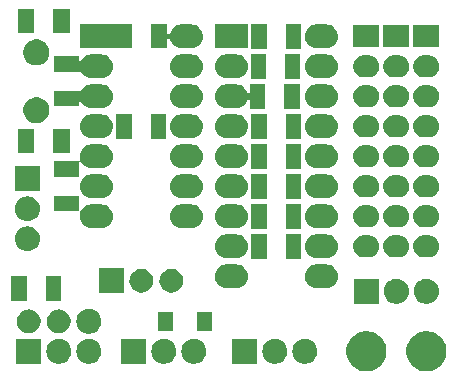
<source format=gbr>
G04 #@! TF.GenerationSoftware,KiCad,Pcbnew,(5.0.2)-1*
G04 #@! TF.CreationDate,2018-12-20T14:21:34+01:00*
G04 #@! TF.ProjectId,MutltiSwitch_Sw8,4d75746c-7469-4537-9769-7463685f5377,0.1*
G04 #@! TF.SameCoordinates,Original*
G04 #@! TF.FileFunction,Soldermask,Bot*
G04 #@! TF.FilePolarity,Negative*
%FSLAX46Y46*%
G04 Gerber Fmt 4.6, Leading zero omitted, Abs format (unit mm)*
G04 Created by KiCad (PCBNEW (5.0.2)-1) date 20/12/2018 14:21:34*
%MOMM*%
%LPD*%
G01*
G04 APERTURE LIST*
%ADD10C,0.100000*%
G04 APERTURE END LIST*
D10*
G36*
X169931393Y-116453553D02*
X170040872Y-116475330D01*
X170350252Y-116603479D01*
X170628687Y-116789523D01*
X170865477Y-117026313D01*
X171051521Y-117304748D01*
X171179670Y-117614128D01*
X171245000Y-117942565D01*
X171245000Y-118277435D01*
X171179670Y-118605872D01*
X171051521Y-118915252D01*
X170865477Y-119193687D01*
X170628687Y-119430477D01*
X170350252Y-119616521D01*
X170040872Y-119744670D01*
X169931393Y-119766447D01*
X169712437Y-119810000D01*
X169377563Y-119810000D01*
X169158607Y-119766447D01*
X169049128Y-119744670D01*
X168739748Y-119616521D01*
X168461313Y-119430477D01*
X168224523Y-119193687D01*
X168038479Y-118915252D01*
X167910330Y-118605872D01*
X167845000Y-118277435D01*
X167845000Y-117942565D01*
X167910330Y-117614128D01*
X168038479Y-117304748D01*
X168224523Y-117026313D01*
X168461313Y-116789523D01*
X168739748Y-116603479D01*
X169049128Y-116475330D01*
X169158607Y-116453553D01*
X169377563Y-116410000D01*
X169712437Y-116410000D01*
X169931393Y-116453553D01*
X169931393Y-116453553D01*
G37*
G36*
X164851393Y-116453553D02*
X164960872Y-116475330D01*
X165270252Y-116603479D01*
X165548687Y-116789523D01*
X165785477Y-117026313D01*
X165971521Y-117304748D01*
X166099670Y-117614128D01*
X166165000Y-117942565D01*
X166165000Y-118277435D01*
X166099670Y-118605872D01*
X165971521Y-118915252D01*
X165785477Y-119193687D01*
X165548687Y-119430477D01*
X165270252Y-119616521D01*
X164960872Y-119744670D01*
X164851393Y-119766447D01*
X164632437Y-119810000D01*
X164297563Y-119810000D01*
X164078607Y-119766447D01*
X163969128Y-119744670D01*
X163659748Y-119616521D01*
X163381313Y-119430477D01*
X163144523Y-119193687D01*
X162958479Y-118915252D01*
X162830330Y-118605872D01*
X162765000Y-118277435D01*
X162765000Y-117942565D01*
X162830330Y-117614128D01*
X162958479Y-117304748D01*
X163144523Y-117026313D01*
X163381313Y-116789523D01*
X163659748Y-116603479D01*
X163969128Y-116475330D01*
X164078607Y-116453553D01*
X164297563Y-116410000D01*
X164632437Y-116410000D01*
X164851393Y-116453553D01*
X164851393Y-116453553D01*
G37*
G36*
X159386707Y-117067596D02*
X159463836Y-117075193D01*
X159595787Y-117115220D01*
X159661763Y-117135233D01*
X159844172Y-117232733D01*
X160004054Y-117363946D01*
X160135267Y-117523828D01*
X160232767Y-117706237D01*
X160232767Y-117706238D01*
X160292807Y-117904164D01*
X160313080Y-118110000D01*
X160292807Y-118315836D01*
X160252780Y-118447787D01*
X160232767Y-118513763D01*
X160135267Y-118696172D01*
X160004054Y-118856054D01*
X159844172Y-118987267D01*
X159661763Y-119084767D01*
X159595787Y-119104780D01*
X159463836Y-119144807D01*
X159386707Y-119152403D01*
X159309580Y-119160000D01*
X159206420Y-119160000D01*
X159129293Y-119152403D01*
X159052164Y-119144807D01*
X158920213Y-119104780D01*
X158854237Y-119084767D01*
X158671828Y-118987267D01*
X158511946Y-118856054D01*
X158380733Y-118696172D01*
X158283233Y-118513763D01*
X158263220Y-118447787D01*
X158223193Y-118315836D01*
X158202920Y-118110000D01*
X158223193Y-117904164D01*
X158283233Y-117706238D01*
X158283233Y-117706237D01*
X158380733Y-117523828D01*
X158511946Y-117363946D01*
X158671828Y-117232733D01*
X158854237Y-117135233D01*
X158920213Y-117115220D01*
X159052164Y-117075193D01*
X159129293Y-117067596D01*
X159206420Y-117060000D01*
X159309580Y-117060000D01*
X159386707Y-117067596D01*
X159386707Y-117067596D01*
G37*
G36*
X149988707Y-117067596D02*
X150065836Y-117075193D01*
X150197787Y-117115220D01*
X150263763Y-117135233D01*
X150446172Y-117232733D01*
X150606054Y-117363946D01*
X150737267Y-117523828D01*
X150834767Y-117706237D01*
X150834767Y-117706238D01*
X150894807Y-117904164D01*
X150915080Y-118110000D01*
X150894807Y-118315836D01*
X150854780Y-118447787D01*
X150834767Y-118513763D01*
X150737267Y-118696172D01*
X150606054Y-118856054D01*
X150446172Y-118987267D01*
X150263763Y-119084767D01*
X150197787Y-119104780D01*
X150065836Y-119144807D01*
X149988707Y-119152403D01*
X149911580Y-119160000D01*
X149808420Y-119160000D01*
X149731293Y-119152403D01*
X149654164Y-119144807D01*
X149522213Y-119104780D01*
X149456237Y-119084767D01*
X149273828Y-118987267D01*
X149113946Y-118856054D01*
X148982733Y-118696172D01*
X148885233Y-118513763D01*
X148865220Y-118447787D01*
X148825193Y-118315836D01*
X148804920Y-118110000D01*
X148825193Y-117904164D01*
X148885233Y-117706238D01*
X148885233Y-117706237D01*
X148982733Y-117523828D01*
X149113946Y-117363946D01*
X149273828Y-117232733D01*
X149456237Y-117135233D01*
X149522213Y-117115220D01*
X149654164Y-117075193D01*
X149731293Y-117067596D01*
X149808420Y-117060000D01*
X149911580Y-117060000D01*
X149988707Y-117067596D01*
X149988707Y-117067596D01*
G37*
G36*
X141098707Y-117067596D02*
X141175836Y-117075193D01*
X141307787Y-117115220D01*
X141373763Y-117135233D01*
X141556172Y-117232733D01*
X141716054Y-117363946D01*
X141847267Y-117523828D01*
X141944767Y-117706237D01*
X141944767Y-117706238D01*
X142004807Y-117904164D01*
X142025080Y-118110000D01*
X142004807Y-118315836D01*
X141964780Y-118447787D01*
X141944767Y-118513763D01*
X141847267Y-118696172D01*
X141716054Y-118856054D01*
X141556172Y-118987267D01*
X141373763Y-119084767D01*
X141307787Y-119104780D01*
X141175836Y-119144807D01*
X141098707Y-119152403D01*
X141021580Y-119160000D01*
X140918420Y-119160000D01*
X140841293Y-119152403D01*
X140764164Y-119144807D01*
X140632213Y-119104780D01*
X140566237Y-119084767D01*
X140383828Y-118987267D01*
X140223946Y-118856054D01*
X140092733Y-118696172D01*
X139995233Y-118513763D01*
X139975220Y-118447787D01*
X139935193Y-118315836D01*
X139914920Y-118110000D01*
X139935193Y-117904164D01*
X139995233Y-117706238D01*
X139995233Y-117706237D01*
X140092733Y-117523828D01*
X140223946Y-117363946D01*
X140383828Y-117232733D01*
X140566237Y-117135233D01*
X140632213Y-117115220D01*
X140764164Y-117075193D01*
X140841293Y-117067596D01*
X140918420Y-117060000D01*
X141021580Y-117060000D01*
X141098707Y-117067596D01*
X141098707Y-117067596D01*
G37*
G36*
X138558707Y-117067596D02*
X138635836Y-117075193D01*
X138767787Y-117115220D01*
X138833763Y-117135233D01*
X139016172Y-117232733D01*
X139176054Y-117363946D01*
X139307267Y-117523828D01*
X139404767Y-117706237D01*
X139404767Y-117706238D01*
X139464807Y-117904164D01*
X139485080Y-118110000D01*
X139464807Y-118315836D01*
X139424780Y-118447787D01*
X139404767Y-118513763D01*
X139307267Y-118696172D01*
X139176054Y-118856054D01*
X139016172Y-118987267D01*
X138833763Y-119084767D01*
X138767787Y-119104780D01*
X138635836Y-119144807D01*
X138558707Y-119152403D01*
X138481580Y-119160000D01*
X138378420Y-119160000D01*
X138301293Y-119152403D01*
X138224164Y-119144807D01*
X138092213Y-119104780D01*
X138026237Y-119084767D01*
X137843828Y-118987267D01*
X137683946Y-118856054D01*
X137552733Y-118696172D01*
X137455233Y-118513763D01*
X137435220Y-118447787D01*
X137395193Y-118315836D01*
X137374920Y-118110000D01*
X137395193Y-117904164D01*
X137455233Y-117706238D01*
X137455233Y-117706237D01*
X137552733Y-117523828D01*
X137683946Y-117363946D01*
X137843828Y-117232733D01*
X138026237Y-117135233D01*
X138092213Y-117115220D01*
X138224164Y-117075193D01*
X138301293Y-117067596D01*
X138378420Y-117060000D01*
X138481580Y-117060000D01*
X138558707Y-117067596D01*
X138558707Y-117067596D01*
G37*
G36*
X136940000Y-119160000D02*
X134840000Y-119160000D01*
X134840000Y-117060000D01*
X136940000Y-117060000D01*
X136940000Y-119160000D01*
X136940000Y-119160000D01*
G37*
G36*
X155228000Y-119160000D02*
X153128000Y-119160000D01*
X153128000Y-117060000D01*
X155228000Y-117060000D01*
X155228000Y-119160000D01*
X155228000Y-119160000D01*
G37*
G36*
X147448707Y-117067596D02*
X147525836Y-117075193D01*
X147657787Y-117115220D01*
X147723763Y-117135233D01*
X147906172Y-117232733D01*
X148066054Y-117363946D01*
X148197267Y-117523828D01*
X148294767Y-117706237D01*
X148294767Y-117706238D01*
X148354807Y-117904164D01*
X148375080Y-118110000D01*
X148354807Y-118315836D01*
X148314780Y-118447787D01*
X148294767Y-118513763D01*
X148197267Y-118696172D01*
X148066054Y-118856054D01*
X147906172Y-118987267D01*
X147723763Y-119084767D01*
X147657787Y-119104780D01*
X147525836Y-119144807D01*
X147448707Y-119152403D01*
X147371580Y-119160000D01*
X147268420Y-119160000D01*
X147191293Y-119152403D01*
X147114164Y-119144807D01*
X146982213Y-119104780D01*
X146916237Y-119084767D01*
X146733828Y-118987267D01*
X146573946Y-118856054D01*
X146442733Y-118696172D01*
X146345233Y-118513763D01*
X146325220Y-118447787D01*
X146285193Y-118315836D01*
X146264920Y-118110000D01*
X146285193Y-117904164D01*
X146345233Y-117706238D01*
X146345233Y-117706237D01*
X146442733Y-117523828D01*
X146573946Y-117363946D01*
X146733828Y-117232733D01*
X146916237Y-117135233D01*
X146982213Y-117115220D01*
X147114164Y-117075193D01*
X147191293Y-117067596D01*
X147268420Y-117060000D01*
X147371580Y-117060000D01*
X147448707Y-117067596D01*
X147448707Y-117067596D01*
G37*
G36*
X145830000Y-119160000D02*
X143730000Y-119160000D01*
X143730000Y-117060000D01*
X145830000Y-117060000D01*
X145830000Y-119160000D01*
X145830000Y-119160000D01*
G37*
G36*
X156846707Y-117067596D02*
X156923836Y-117075193D01*
X157055787Y-117115220D01*
X157121763Y-117135233D01*
X157304172Y-117232733D01*
X157464054Y-117363946D01*
X157595267Y-117523828D01*
X157692767Y-117706237D01*
X157692767Y-117706238D01*
X157752807Y-117904164D01*
X157773080Y-118110000D01*
X157752807Y-118315836D01*
X157712780Y-118447787D01*
X157692767Y-118513763D01*
X157595267Y-118696172D01*
X157464054Y-118856054D01*
X157304172Y-118987267D01*
X157121763Y-119084767D01*
X157055787Y-119104780D01*
X156923836Y-119144807D01*
X156846707Y-119152403D01*
X156769580Y-119160000D01*
X156666420Y-119160000D01*
X156589293Y-119152403D01*
X156512164Y-119144807D01*
X156380213Y-119104780D01*
X156314237Y-119084767D01*
X156131828Y-118987267D01*
X155971946Y-118856054D01*
X155840733Y-118696172D01*
X155743233Y-118513763D01*
X155723220Y-118447787D01*
X155683193Y-118315836D01*
X155662920Y-118110000D01*
X155683193Y-117904164D01*
X155743233Y-117706238D01*
X155743233Y-117706237D01*
X155840733Y-117523828D01*
X155971946Y-117363946D01*
X156131828Y-117232733D01*
X156314237Y-117135233D01*
X156380213Y-117115220D01*
X156512164Y-117075193D01*
X156589293Y-117067596D01*
X156666420Y-117060000D01*
X156769580Y-117060000D01*
X156846707Y-117067596D01*
X156846707Y-117067596D01*
G37*
G36*
X141098707Y-114527597D02*
X141175836Y-114535193D01*
X141307787Y-114575220D01*
X141373763Y-114595233D01*
X141556172Y-114692733D01*
X141716054Y-114823946D01*
X141847267Y-114983828D01*
X141944767Y-115166237D01*
X141944767Y-115166238D01*
X142004807Y-115364164D01*
X142025080Y-115570000D01*
X142004807Y-115775836D01*
X141978765Y-115861686D01*
X141944767Y-115973763D01*
X141847267Y-116156172D01*
X141716054Y-116316054D01*
X141556172Y-116447267D01*
X141373763Y-116544767D01*
X141307787Y-116564780D01*
X141175836Y-116604807D01*
X141098707Y-116612403D01*
X141021580Y-116620000D01*
X140918420Y-116620000D01*
X140841293Y-116612403D01*
X140764164Y-116604807D01*
X140632213Y-116564780D01*
X140566237Y-116544767D01*
X140383828Y-116447267D01*
X140223946Y-116316054D01*
X140092733Y-116156172D01*
X139995233Y-115973763D01*
X139961235Y-115861686D01*
X139935193Y-115775836D01*
X139914920Y-115570000D01*
X139935193Y-115364164D01*
X139995233Y-115166238D01*
X139995233Y-115166237D01*
X140092733Y-114983828D01*
X140223946Y-114823946D01*
X140383828Y-114692733D01*
X140566237Y-114595233D01*
X140632213Y-114575220D01*
X140764164Y-114535193D01*
X140841293Y-114527597D01*
X140918420Y-114520000D01*
X141021580Y-114520000D01*
X141098707Y-114527597D01*
X141098707Y-114527597D01*
G37*
G36*
X138605770Y-114585372D02*
X138721689Y-114608429D01*
X138903678Y-114683811D01*
X139067463Y-114793249D01*
X139206751Y-114932537D01*
X139316189Y-115096322D01*
X139391571Y-115278311D01*
X139430000Y-115471509D01*
X139430000Y-115668491D01*
X139391571Y-115861689D01*
X139316189Y-116043678D01*
X139206751Y-116207463D01*
X139067463Y-116346751D01*
X138903678Y-116456189D01*
X138721689Y-116531571D01*
X138605770Y-116554628D01*
X138528493Y-116570000D01*
X138331507Y-116570000D01*
X138254230Y-116554628D01*
X138138311Y-116531571D01*
X137956322Y-116456189D01*
X137792537Y-116346751D01*
X137653249Y-116207463D01*
X137543811Y-116043678D01*
X137468429Y-115861689D01*
X137430000Y-115668491D01*
X137430000Y-115471509D01*
X137468429Y-115278311D01*
X137543811Y-115096322D01*
X137653249Y-114932537D01*
X137792537Y-114793249D01*
X137956322Y-114683811D01*
X138138311Y-114608429D01*
X138254230Y-114585372D01*
X138331507Y-114570000D01*
X138528493Y-114570000D01*
X138605770Y-114585372D01*
X138605770Y-114585372D01*
G37*
G36*
X136065770Y-114585372D02*
X136181689Y-114608429D01*
X136363678Y-114683811D01*
X136527463Y-114793249D01*
X136666751Y-114932537D01*
X136776189Y-115096322D01*
X136851571Y-115278311D01*
X136890000Y-115471509D01*
X136890000Y-115668491D01*
X136851571Y-115861689D01*
X136776189Y-116043678D01*
X136666751Y-116207463D01*
X136527463Y-116346751D01*
X136363678Y-116456189D01*
X136181689Y-116531571D01*
X136065770Y-116554628D01*
X135988493Y-116570000D01*
X135791507Y-116570000D01*
X135714230Y-116554628D01*
X135598311Y-116531571D01*
X135416322Y-116456189D01*
X135252537Y-116346751D01*
X135113249Y-116207463D01*
X135003811Y-116043678D01*
X134928429Y-115861689D01*
X134890000Y-115668491D01*
X134890000Y-115471509D01*
X134928429Y-115278311D01*
X135003811Y-115096322D01*
X135113249Y-114932537D01*
X135252537Y-114793249D01*
X135416322Y-114683811D01*
X135598311Y-114608429D01*
X135714230Y-114585372D01*
X135791507Y-114570000D01*
X135988493Y-114570000D01*
X136065770Y-114585372D01*
X136065770Y-114585372D01*
G37*
G36*
X151398000Y-116370000D02*
X150098000Y-116370000D01*
X150098000Y-114770000D01*
X151398000Y-114770000D01*
X151398000Y-116370000D01*
X151398000Y-116370000D01*
G37*
G36*
X148098000Y-116370000D02*
X146798000Y-116370000D01*
X146798000Y-114770000D01*
X148098000Y-114770000D01*
X148098000Y-116370000D01*
X148098000Y-116370000D01*
G37*
G36*
X165515000Y-114080000D02*
X163415000Y-114080000D01*
X163415000Y-111980000D01*
X165515000Y-111980000D01*
X165515000Y-114080000D01*
X165515000Y-114080000D01*
G37*
G36*
X167133707Y-111987596D02*
X167210836Y-111995193D01*
X167342787Y-112035220D01*
X167408763Y-112055233D01*
X167591172Y-112152733D01*
X167751054Y-112283946D01*
X167882267Y-112443828D01*
X167979767Y-112626237D01*
X167979767Y-112626238D01*
X168039807Y-112824164D01*
X168060080Y-113030000D01*
X168039807Y-113235836D01*
X167999780Y-113367787D01*
X167979767Y-113433763D01*
X167882267Y-113616172D01*
X167751054Y-113776054D01*
X167591172Y-113907267D01*
X167408763Y-114004767D01*
X167342787Y-114024780D01*
X167210836Y-114064807D01*
X167133707Y-114072404D01*
X167056580Y-114080000D01*
X166953420Y-114080000D01*
X166876293Y-114072404D01*
X166799164Y-114064807D01*
X166667213Y-114024780D01*
X166601237Y-114004767D01*
X166418828Y-113907267D01*
X166258946Y-113776054D01*
X166127733Y-113616172D01*
X166030233Y-113433763D01*
X166010220Y-113367787D01*
X165970193Y-113235836D01*
X165949920Y-113030000D01*
X165970193Y-112824164D01*
X166030233Y-112626238D01*
X166030233Y-112626237D01*
X166127733Y-112443828D01*
X166258946Y-112283946D01*
X166418828Y-112152733D01*
X166601237Y-112055233D01*
X166667213Y-112035220D01*
X166799164Y-111995193D01*
X166876293Y-111987596D01*
X166953420Y-111980000D01*
X167056580Y-111980000D01*
X167133707Y-111987596D01*
X167133707Y-111987596D01*
G37*
G36*
X169673707Y-111987596D02*
X169750836Y-111995193D01*
X169882787Y-112035220D01*
X169948763Y-112055233D01*
X170131172Y-112152733D01*
X170291054Y-112283946D01*
X170422267Y-112443828D01*
X170519767Y-112626237D01*
X170519767Y-112626238D01*
X170579807Y-112824164D01*
X170600080Y-113030000D01*
X170579807Y-113235836D01*
X170539780Y-113367787D01*
X170519767Y-113433763D01*
X170422267Y-113616172D01*
X170291054Y-113776054D01*
X170131172Y-113907267D01*
X169948763Y-114004767D01*
X169882787Y-114024780D01*
X169750836Y-114064807D01*
X169673707Y-114072404D01*
X169596580Y-114080000D01*
X169493420Y-114080000D01*
X169416293Y-114072404D01*
X169339164Y-114064807D01*
X169207213Y-114024780D01*
X169141237Y-114004767D01*
X168958828Y-113907267D01*
X168798946Y-113776054D01*
X168667733Y-113616172D01*
X168570233Y-113433763D01*
X168550220Y-113367787D01*
X168510193Y-113235836D01*
X168489920Y-113030000D01*
X168510193Y-112824164D01*
X168570233Y-112626238D01*
X168570233Y-112626237D01*
X168667733Y-112443828D01*
X168798946Y-112283946D01*
X168958828Y-112152733D01*
X169141237Y-112055233D01*
X169207213Y-112035220D01*
X169339164Y-111995193D01*
X169416293Y-111987596D01*
X169493420Y-111980000D01*
X169596580Y-111980000D01*
X169673707Y-111987596D01*
X169673707Y-111987596D01*
G37*
G36*
X135725000Y-113826000D02*
X134425000Y-113826000D01*
X134425000Y-111726000D01*
X135725000Y-111726000D01*
X135725000Y-113826000D01*
X135725000Y-113826000D01*
G37*
G36*
X138625000Y-113826000D02*
X137325000Y-113826000D01*
X137325000Y-111726000D01*
X138625000Y-111726000D01*
X138625000Y-113826000D01*
X138625000Y-113826000D01*
G37*
G36*
X143925000Y-113191000D02*
X141825000Y-113191000D01*
X141825000Y-111091000D01*
X143925000Y-111091000D01*
X143925000Y-113191000D01*
X143925000Y-113191000D01*
G37*
G36*
X145590770Y-111156372D02*
X145706689Y-111179429D01*
X145888678Y-111254811D01*
X146052463Y-111364249D01*
X146191751Y-111503537D01*
X146301189Y-111667322D01*
X146376571Y-111849311D01*
X146397798Y-111956030D01*
X146415000Y-112042507D01*
X146415000Y-112239493D01*
X146399628Y-112316770D01*
X146376571Y-112432689D01*
X146301189Y-112614678D01*
X146191751Y-112778463D01*
X146052463Y-112917751D01*
X145888678Y-113027189D01*
X145706689Y-113102571D01*
X145590770Y-113125628D01*
X145513493Y-113141000D01*
X145316507Y-113141000D01*
X145239230Y-113125628D01*
X145123311Y-113102571D01*
X144941322Y-113027189D01*
X144777537Y-112917751D01*
X144638249Y-112778463D01*
X144528811Y-112614678D01*
X144453429Y-112432689D01*
X144430372Y-112316770D01*
X144415000Y-112239493D01*
X144415000Y-112042507D01*
X144432202Y-111956030D01*
X144453429Y-111849311D01*
X144528811Y-111667322D01*
X144638249Y-111503537D01*
X144777537Y-111364249D01*
X144941322Y-111254811D01*
X145123311Y-111179429D01*
X145239230Y-111156372D01*
X145316507Y-111141000D01*
X145513493Y-111141000D01*
X145590770Y-111156372D01*
X145590770Y-111156372D01*
G37*
G36*
X148130770Y-111156372D02*
X148246689Y-111179429D01*
X148428678Y-111254811D01*
X148592463Y-111364249D01*
X148731751Y-111503537D01*
X148841189Y-111667322D01*
X148916571Y-111849311D01*
X148937798Y-111956030D01*
X148955000Y-112042507D01*
X148955000Y-112239493D01*
X148939628Y-112316770D01*
X148916571Y-112432689D01*
X148841189Y-112614678D01*
X148731751Y-112778463D01*
X148592463Y-112917751D01*
X148428678Y-113027189D01*
X148246689Y-113102571D01*
X148130770Y-113125628D01*
X148053493Y-113141000D01*
X147856507Y-113141000D01*
X147779230Y-113125628D01*
X147663311Y-113102571D01*
X147481322Y-113027189D01*
X147317537Y-112917751D01*
X147178249Y-112778463D01*
X147068811Y-112614678D01*
X146993429Y-112432689D01*
X146970372Y-112316770D01*
X146955000Y-112239493D01*
X146955000Y-112042507D01*
X146972202Y-111956030D01*
X146993429Y-111849311D01*
X147068811Y-111667322D01*
X147178249Y-111503537D01*
X147317537Y-111364249D01*
X147481322Y-111254811D01*
X147663311Y-111179429D01*
X147779230Y-111156372D01*
X147856507Y-111141000D01*
X148053493Y-111141000D01*
X148130770Y-111156372D01*
X148130770Y-111156372D01*
G37*
G36*
X153631030Y-110774469D02*
X153631033Y-110774470D01*
X153631034Y-110774470D01*
X153819535Y-110831651D01*
X153819537Y-110831652D01*
X153993260Y-110924509D01*
X154145528Y-111049472D01*
X154270491Y-111201740D01*
X154363348Y-111375463D01*
X154420531Y-111563970D01*
X154439838Y-111760000D01*
X154420531Y-111956030D01*
X154420530Y-111956033D01*
X154420530Y-111956034D01*
X154394299Y-112042507D01*
X154363348Y-112144537D01*
X154270491Y-112318260D01*
X154145528Y-112470528D01*
X153993260Y-112595491D01*
X153993258Y-112595492D01*
X153819535Y-112688349D01*
X153631034Y-112745530D01*
X153631033Y-112745530D01*
X153631030Y-112745531D01*
X153484124Y-112760000D01*
X152585876Y-112760000D01*
X152438970Y-112745531D01*
X152438967Y-112745530D01*
X152438966Y-112745530D01*
X152250465Y-112688349D01*
X152076742Y-112595492D01*
X152076740Y-112595491D01*
X151924472Y-112470528D01*
X151799509Y-112318260D01*
X151706652Y-112144537D01*
X151675702Y-112042507D01*
X151649470Y-111956034D01*
X151649470Y-111956033D01*
X151649469Y-111956030D01*
X151630162Y-111760000D01*
X151649469Y-111563970D01*
X151706652Y-111375463D01*
X151799509Y-111201740D01*
X151924472Y-111049472D01*
X152076740Y-110924509D01*
X152250463Y-110831652D01*
X152250465Y-110831651D01*
X152438966Y-110774470D01*
X152438967Y-110774470D01*
X152438970Y-110774469D01*
X152585876Y-110760000D01*
X153484124Y-110760000D01*
X153631030Y-110774469D01*
X153631030Y-110774469D01*
G37*
G36*
X161251030Y-110774469D02*
X161251033Y-110774470D01*
X161251034Y-110774470D01*
X161439535Y-110831651D01*
X161439537Y-110831652D01*
X161613260Y-110924509D01*
X161765528Y-111049472D01*
X161890491Y-111201740D01*
X161983348Y-111375463D01*
X162040531Y-111563970D01*
X162059838Y-111760000D01*
X162040531Y-111956030D01*
X162040530Y-111956033D01*
X162040530Y-111956034D01*
X162014299Y-112042507D01*
X161983348Y-112144537D01*
X161890491Y-112318260D01*
X161765528Y-112470528D01*
X161613260Y-112595491D01*
X161613258Y-112595492D01*
X161439535Y-112688349D01*
X161251034Y-112745530D01*
X161251033Y-112745530D01*
X161251030Y-112745531D01*
X161104124Y-112760000D01*
X160205876Y-112760000D01*
X160058970Y-112745531D01*
X160058967Y-112745530D01*
X160058966Y-112745530D01*
X159870465Y-112688349D01*
X159696742Y-112595492D01*
X159696740Y-112595491D01*
X159544472Y-112470528D01*
X159419509Y-112318260D01*
X159326652Y-112144537D01*
X159295702Y-112042507D01*
X159269470Y-111956034D01*
X159269470Y-111956033D01*
X159269469Y-111956030D01*
X159250162Y-111760000D01*
X159269469Y-111563970D01*
X159326652Y-111375463D01*
X159419509Y-111201740D01*
X159544472Y-111049472D01*
X159696740Y-110924509D01*
X159870463Y-110831652D01*
X159870465Y-110831651D01*
X160058966Y-110774470D01*
X160058967Y-110774470D01*
X160058970Y-110774469D01*
X160205876Y-110760000D01*
X161104124Y-110760000D01*
X161251030Y-110774469D01*
X161251030Y-110774469D01*
G37*
G36*
X156045000Y-110270000D02*
X154745000Y-110270000D01*
X154745000Y-108170000D01*
X156045000Y-108170000D01*
X156045000Y-110270000D01*
X156045000Y-110270000D01*
G37*
G36*
X158945000Y-110270000D02*
X157645000Y-110270000D01*
X157645000Y-108170000D01*
X158945000Y-108170000D01*
X158945000Y-110270000D01*
X158945000Y-110270000D01*
G37*
G36*
X161251030Y-108234469D02*
X161251033Y-108234470D01*
X161251034Y-108234470D01*
X161439535Y-108291651D01*
X161439537Y-108291652D01*
X161613260Y-108384509D01*
X161765528Y-108509472D01*
X161890491Y-108661740D01*
X161983348Y-108835463D01*
X162040531Y-109023970D01*
X162059838Y-109220000D01*
X162040531Y-109416030D01*
X161983348Y-109604537D01*
X161890491Y-109778260D01*
X161765528Y-109930528D01*
X161613260Y-110055491D01*
X161613258Y-110055492D01*
X161439535Y-110148349D01*
X161251034Y-110205530D01*
X161251033Y-110205530D01*
X161251030Y-110205531D01*
X161104124Y-110220000D01*
X160205876Y-110220000D01*
X160058970Y-110205531D01*
X160058967Y-110205530D01*
X160058966Y-110205530D01*
X159870465Y-110148349D01*
X159696742Y-110055492D01*
X159696740Y-110055491D01*
X159544472Y-109930528D01*
X159419509Y-109778260D01*
X159326652Y-109604537D01*
X159269469Y-109416030D01*
X159250162Y-109220000D01*
X159269469Y-109023970D01*
X159326652Y-108835463D01*
X159419509Y-108661740D01*
X159544472Y-108509472D01*
X159696740Y-108384509D01*
X159870463Y-108291652D01*
X159870465Y-108291651D01*
X160058966Y-108234470D01*
X160058967Y-108234470D01*
X160058970Y-108234469D01*
X160205876Y-108220000D01*
X161104124Y-108220000D01*
X161251030Y-108234469D01*
X161251030Y-108234469D01*
G37*
G36*
X153631030Y-108234469D02*
X153631033Y-108234470D01*
X153631034Y-108234470D01*
X153819535Y-108291651D01*
X153819537Y-108291652D01*
X153993260Y-108384509D01*
X154145528Y-108509472D01*
X154270491Y-108661740D01*
X154363348Y-108835463D01*
X154420531Y-109023970D01*
X154439838Y-109220000D01*
X154420531Y-109416030D01*
X154363348Y-109604537D01*
X154270491Y-109778260D01*
X154145528Y-109930528D01*
X153993260Y-110055491D01*
X153993258Y-110055492D01*
X153819535Y-110148349D01*
X153631034Y-110205530D01*
X153631033Y-110205530D01*
X153631030Y-110205531D01*
X153484124Y-110220000D01*
X152585876Y-110220000D01*
X152438970Y-110205531D01*
X152438967Y-110205530D01*
X152438966Y-110205530D01*
X152250465Y-110148349D01*
X152076742Y-110055492D01*
X152076740Y-110055491D01*
X151924472Y-109930528D01*
X151799509Y-109778260D01*
X151706652Y-109604537D01*
X151649469Y-109416030D01*
X151630162Y-109220000D01*
X151649469Y-109023970D01*
X151706652Y-108835463D01*
X151799509Y-108661740D01*
X151924472Y-108509472D01*
X152076740Y-108384509D01*
X152250463Y-108291652D01*
X152250465Y-108291651D01*
X152438966Y-108234470D01*
X152438967Y-108234470D01*
X152438970Y-108234469D01*
X152585876Y-108220000D01*
X153484124Y-108220000D01*
X153631030Y-108234469D01*
X153631030Y-108234469D01*
G37*
G36*
X169811448Y-108276873D02*
X169881232Y-108283746D01*
X169970770Y-108310907D01*
X170060309Y-108338068D01*
X170225347Y-108426283D01*
X170370001Y-108544999D01*
X170488717Y-108689653D01*
X170576932Y-108854691D01*
X170576932Y-108854692D01*
X170631254Y-109033768D01*
X170649596Y-109220000D01*
X170631254Y-109406232D01*
X170614256Y-109462267D01*
X170576932Y-109585309D01*
X170488717Y-109750347D01*
X170370001Y-109895001D01*
X170225347Y-110013717D01*
X170060309Y-110101932D01*
X169970770Y-110129093D01*
X169881232Y-110156254D01*
X169741666Y-110170000D01*
X169348334Y-110170000D01*
X169208768Y-110156254D01*
X169119230Y-110129093D01*
X169029691Y-110101932D01*
X168864653Y-110013717D01*
X168719999Y-109895001D01*
X168601283Y-109750347D01*
X168513068Y-109585309D01*
X168475744Y-109462267D01*
X168458746Y-109406232D01*
X168440404Y-109220000D01*
X168458746Y-109033768D01*
X168513068Y-108854692D01*
X168513068Y-108854691D01*
X168601283Y-108689653D01*
X168719999Y-108544999D01*
X168864653Y-108426283D01*
X169029691Y-108338068D01*
X169119230Y-108310907D01*
X169208768Y-108283746D01*
X169278552Y-108276873D01*
X169348334Y-108270000D01*
X169741666Y-108270000D01*
X169811448Y-108276873D01*
X169811448Y-108276873D01*
G37*
G36*
X164731448Y-108276873D02*
X164801232Y-108283746D01*
X164890770Y-108310907D01*
X164980309Y-108338068D01*
X165145347Y-108426283D01*
X165290001Y-108544999D01*
X165408717Y-108689653D01*
X165496932Y-108854691D01*
X165496932Y-108854692D01*
X165551254Y-109033768D01*
X165569596Y-109220000D01*
X165551254Y-109406232D01*
X165534256Y-109462267D01*
X165496932Y-109585309D01*
X165408717Y-109750347D01*
X165290001Y-109895001D01*
X165145347Y-110013717D01*
X164980309Y-110101932D01*
X164890770Y-110129093D01*
X164801232Y-110156254D01*
X164661666Y-110170000D01*
X164268334Y-110170000D01*
X164128768Y-110156254D01*
X164039230Y-110129093D01*
X163949691Y-110101932D01*
X163784653Y-110013717D01*
X163639999Y-109895001D01*
X163521283Y-109750347D01*
X163433068Y-109585309D01*
X163395744Y-109462267D01*
X163378746Y-109406232D01*
X163360404Y-109220000D01*
X163378746Y-109033768D01*
X163433068Y-108854692D01*
X163433068Y-108854691D01*
X163521283Y-108689653D01*
X163639999Y-108544999D01*
X163784653Y-108426283D01*
X163949691Y-108338068D01*
X164039230Y-108310907D01*
X164128768Y-108283746D01*
X164198552Y-108276873D01*
X164268334Y-108270000D01*
X164661666Y-108270000D01*
X164731448Y-108276873D01*
X164731448Y-108276873D01*
G37*
G36*
X167271448Y-108276873D02*
X167341232Y-108283746D01*
X167430770Y-108310907D01*
X167520309Y-108338068D01*
X167685347Y-108426283D01*
X167830001Y-108544999D01*
X167948717Y-108689653D01*
X168036932Y-108854691D01*
X168036932Y-108854692D01*
X168091254Y-109033768D01*
X168109596Y-109220000D01*
X168091254Y-109406232D01*
X168074256Y-109462267D01*
X168036932Y-109585309D01*
X167948717Y-109750347D01*
X167830001Y-109895001D01*
X167685347Y-110013717D01*
X167520309Y-110101932D01*
X167430770Y-110129093D01*
X167341232Y-110156254D01*
X167201666Y-110170000D01*
X166808334Y-110170000D01*
X166668768Y-110156254D01*
X166579230Y-110129093D01*
X166489691Y-110101932D01*
X166324653Y-110013717D01*
X166179999Y-109895001D01*
X166061283Y-109750347D01*
X165973068Y-109585309D01*
X165935744Y-109462267D01*
X165918746Y-109406232D01*
X165900404Y-109220000D01*
X165918746Y-109033768D01*
X165973068Y-108854692D01*
X165973068Y-108854691D01*
X166061283Y-108689653D01*
X166179999Y-108544999D01*
X166324653Y-108426283D01*
X166489691Y-108338068D01*
X166579230Y-108310907D01*
X166668768Y-108283746D01*
X166738552Y-108276873D01*
X166808334Y-108270000D01*
X167201666Y-108270000D01*
X167271448Y-108276873D01*
X167271448Y-108276873D01*
G37*
G36*
X135891707Y-107542597D02*
X135968836Y-107550193D01*
X136100787Y-107590220D01*
X136166763Y-107610233D01*
X136349172Y-107707733D01*
X136509054Y-107838946D01*
X136640267Y-107998828D01*
X136737767Y-108181237D01*
X136737767Y-108181238D01*
X136797807Y-108379164D01*
X136818080Y-108585000D01*
X136797807Y-108790836D01*
X136757780Y-108922787D01*
X136737767Y-108988763D01*
X136640267Y-109171172D01*
X136509054Y-109331054D01*
X136349172Y-109462267D01*
X136166763Y-109559767D01*
X136100787Y-109579780D01*
X135968836Y-109619807D01*
X135891707Y-109627403D01*
X135814580Y-109635000D01*
X135711420Y-109635000D01*
X135634293Y-109627403D01*
X135557164Y-109619807D01*
X135425213Y-109579780D01*
X135359237Y-109559767D01*
X135176828Y-109462267D01*
X135016946Y-109331054D01*
X134885733Y-109171172D01*
X134788233Y-108988763D01*
X134768220Y-108922787D01*
X134728193Y-108790836D01*
X134707920Y-108585000D01*
X134728193Y-108379164D01*
X134788233Y-108181238D01*
X134788233Y-108181237D01*
X134885733Y-107998828D01*
X135016946Y-107838946D01*
X135176828Y-107707733D01*
X135359237Y-107610233D01*
X135425213Y-107590220D01*
X135557164Y-107550193D01*
X135634293Y-107542597D01*
X135711420Y-107535000D01*
X135814580Y-107535000D01*
X135891707Y-107542597D01*
X135891707Y-107542597D01*
G37*
G36*
X156045000Y-107730000D02*
X154745000Y-107730000D01*
X154745000Y-105630000D01*
X156045000Y-105630000D01*
X156045000Y-107730000D01*
X156045000Y-107730000D01*
G37*
G36*
X158945000Y-107730000D02*
X157645000Y-107730000D01*
X157645000Y-105630000D01*
X158945000Y-105630000D01*
X158945000Y-107730000D01*
X158945000Y-107730000D01*
G37*
G36*
X149821030Y-105694469D02*
X149821033Y-105694470D01*
X149821034Y-105694470D01*
X150009535Y-105751651D01*
X150009537Y-105751652D01*
X150183260Y-105844509D01*
X150335528Y-105969472D01*
X150460491Y-106121740D01*
X150460492Y-106121742D01*
X150553349Y-106295465D01*
X150610530Y-106483966D01*
X150610531Y-106483970D01*
X150629838Y-106680000D01*
X150610531Y-106876030D01*
X150553348Y-107064537D01*
X150460491Y-107238260D01*
X150335528Y-107390528D01*
X150183260Y-107515491D01*
X150183258Y-107515492D01*
X150009535Y-107608349D01*
X149821034Y-107665530D01*
X149821033Y-107665530D01*
X149821030Y-107665531D01*
X149674124Y-107680000D01*
X148775876Y-107680000D01*
X148628970Y-107665531D01*
X148628967Y-107665530D01*
X148628966Y-107665530D01*
X148440465Y-107608349D01*
X148266742Y-107515492D01*
X148266740Y-107515491D01*
X148114472Y-107390528D01*
X147989509Y-107238260D01*
X147896652Y-107064537D01*
X147839469Y-106876030D01*
X147820162Y-106680000D01*
X147839469Y-106483970D01*
X147839470Y-106483966D01*
X147896651Y-106295465D01*
X147989508Y-106121742D01*
X147989509Y-106121740D01*
X148114472Y-105969472D01*
X148266740Y-105844509D01*
X148440463Y-105751652D01*
X148440465Y-105751651D01*
X148628966Y-105694470D01*
X148628967Y-105694470D01*
X148628970Y-105694469D01*
X148775876Y-105680000D01*
X149674124Y-105680000D01*
X149821030Y-105694469D01*
X149821030Y-105694469D01*
G37*
G36*
X140115000Y-106098864D02*
X140117402Y-106123250D01*
X140124515Y-106146699D01*
X140136066Y-106168310D01*
X140151612Y-106187252D01*
X140170554Y-106202798D01*
X140192165Y-106214349D01*
X140215614Y-106221462D01*
X140240000Y-106223864D01*
X140264386Y-106221462D01*
X140287835Y-106214349D01*
X140309446Y-106202798D01*
X140328388Y-106187252D01*
X140350240Y-106157789D01*
X140369508Y-106121741D01*
X140494472Y-105969472D01*
X140646740Y-105844509D01*
X140820463Y-105751652D01*
X140820465Y-105751651D01*
X141008966Y-105694470D01*
X141008967Y-105694470D01*
X141008970Y-105694469D01*
X141155876Y-105680000D01*
X142054124Y-105680000D01*
X142201030Y-105694469D01*
X142201033Y-105694470D01*
X142201034Y-105694470D01*
X142389535Y-105751651D01*
X142389537Y-105751652D01*
X142563260Y-105844509D01*
X142715528Y-105969472D01*
X142840491Y-106121740D01*
X142840492Y-106121742D01*
X142933349Y-106295465D01*
X142990530Y-106483966D01*
X142990531Y-106483970D01*
X143009838Y-106680000D01*
X142990531Y-106876030D01*
X142933348Y-107064537D01*
X142840491Y-107238260D01*
X142715528Y-107390528D01*
X142563260Y-107515491D01*
X142563258Y-107515492D01*
X142389535Y-107608349D01*
X142201034Y-107665530D01*
X142201033Y-107665530D01*
X142201030Y-107665531D01*
X142054124Y-107680000D01*
X141155876Y-107680000D01*
X141008970Y-107665531D01*
X141008967Y-107665530D01*
X141008966Y-107665530D01*
X140820465Y-107608349D01*
X140646742Y-107515492D01*
X140646740Y-107515491D01*
X140494472Y-107390528D01*
X140369509Y-107238260D01*
X140276652Y-107064537D01*
X140219469Y-106876030D01*
X140200162Y-106680000D01*
X140219469Y-106483965D01*
X140244550Y-106401286D01*
X140249331Y-106377252D01*
X140249331Y-106352748D01*
X140244551Y-106328715D01*
X140235173Y-106306076D01*
X140221560Y-106285701D01*
X140204232Y-106268374D01*
X140183858Y-106254760D01*
X140161219Y-106245383D01*
X140137185Y-106240602D01*
X140124933Y-106240000D01*
X138015000Y-106240000D01*
X138015000Y-104940000D01*
X140115000Y-104940000D01*
X140115000Y-106098864D01*
X140115000Y-106098864D01*
G37*
G36*
X161251030Y-105694469D02*
X161251033Y-105694470D01*
X161251034Y-105694470D01*
X161439535Y-105751651D01*
X161439537Y-105751652D01*
X161613260Y-105844509D01*
X161765528Y-105969472D01*
X161890491Y-106121740D01*
X161890492Y-106121742D01*
X161983349Y-106295465D01*
X162040530Y-106483966D01*
X162040531Y-106483970D01*
X162059838Y-106680000D01*
X162040531Y-106876030D01*
X161983348Y-107064537D01*
X161890491Y-107238260D01*
X161765528Y-107390528D01*
X161613260Y-107515491D01*
X161613258Y-107515492D01*
X161439535Y-107608349D01*
X161251034Y-107665530D01*
X161251033Y-107665530D01*
X161251030Y-107665531D01*
X161104124Y-107680000D01*
X160205876Y-107680000D01*
X160058970Y-107665531D01*
X160058967Y-107665530D01*
X160058966Y-107665530D01*
X159870465Y-107608349D01*
X159696742Y-107515492D01*
X159696740Y-107515491D01*
X159544472Y-107390528D01*
X159419509Y-107238260D01*
X159326652Y-107064537D01*
X159269469Y-106876030D01*
X159250162Y-106680000D01*
X159269469Y-106483970D01*
X159269470Y-106483966D01*
X159326651Y-106295465D01*
X159419508Y-106121742D01*
X159419509Y-106121740D01*
X159544472Y-105969472D01*
X159696740Y-105844509D01*
X159870463Y-105751652D01*
X159870465Y-105751651D01*
X160058966Y-105694470D01*
X160058967Y-105694470D01*
X160058970Y-105694469D01*
X160205876Y-105680000D01*
X161104124Y-105680000D01*
X161251030Y-105694469D01*
X161251030Y-105694469D01*
G37*
G36*
X153631030Y-105694469D02*
X153631033Y-105694470D01*
X153631034Y-105694470D01*
X153819535Y-105751651D01*
X153819537Y-105751652D01*
X153993260Y-105844509D01*
X154145528Y-105969472D01*
X154270491Y-106121740D01*
X154270492Y-106121742D01*
X154363349Y-106295465D01*
X154420530Y-106483966D01*
X154420531Y-106483970D01*
X154439838Y-106680000D01*
X154420531Y-106876030D01*
X154363348Y-107064537D01*
X154270491Y-107238260D01*
X154145528Y-107390528D01*
X153993260Y-107515491D01*
X153993258Y-107515492D01*
X153819535Y-107608349D01*
X153631034Y-107665530D01*
X153631033Y-107665530D01*
X153631030Y-107665531D01*
X153484124Y-107680000D01*
X152585876Y-107680000D01*
X152438970Y-107665531D01*
X152438967Y-107665530D01*
X152438966Y-107665530D01*
X152250465Y-107608349D01*
X152076742Y-107515492D01*
X152076740Y-107515491D01*
X151924472Y-107390528D01*
X151799509Y-107238260D01*
X151706652Y-107064537D01*
X151649469Y-106876030D01*
X151630162Y-106680000D01*
X151649469Y-106483970D01*
X151649470Y-106483966D01*
X151706651Y-106295465D01*
X151799508Y-106121742D01*
X151799509Y-106121740D01*
X151924472Y-105969472D01*
X152076740Y-105844509D01*
X152250463Y-105751652D01*
X152250465Y-105751651D01*
X152438966Y-105694470D01*
X152438967Y-105694470D01*
X152438970Y-105694469D01*
X152585876Y-105680000D01*
X153484124Y-105680000D01*
X153631030Y-105694469D01*
X153631030Y-105694469D01*
G37*
G36*
X167341232Y-105743746D02*
X167430770Y-105770907D01*
X167520309Y-105798068D01*
X167685347Y-105886283D01*
X167830001Y-106004999D01*
X167948717Y-106149653D01*
X168036932Y-106314691D01*
X168036932Y-106314692D01*
X168091254Y-106493768D01*
X168109596Y-106680000D01*
X168091254Y-106866232D01*
X168074256Y-106922267D01*
X168036932Y-107045309D01*
X167948717Y-107210347D01*
X167830001Y-107355001D01*
X167685347Y-107473717D01*
X167520309Y-107561932D01*
X167430770Y-107589093D01*
X167341232Y-107616254D01*
X167201666Y-107630000D01*
X166808334Y-107630000D01*
X166668768Y-107616254D01*
X166579230Y-107589093D01*
X166489691Y-107561932D01*
X166324653Y-107473717D01*
X166179999Y-107355001D01*
X166061283Y-107210347D01*
X165973068Y-107045309D01*
X165935744Y-106922267D01*
X165918746Y-106866232D01*
X165900404Y-106680000D01*
X165918746Y-106493768D01*
X165973068Y-106314692D01*
X165973068Y-106314691D01*
X166061283Y-106149653D01*
X166179999Y-106004999D01*
X166324653Y-105886283D01*
X166489691Y-105798068D01*
X166579230Y-105770907D01*
X166668768Y-105743746D01*
X166738552Y-105736873D01*
X166808334Y-105730000D01*
X167201666Y-105730000D01*
X167341232Y-105743746D01*
X167341232Y-105743746D01*
G37*
G36*
X164801232Y-105743746D02*
X164890770Y-105770907D01*
X164980309Y-105798068D01*
X165145347Y-105886283D01*
X165290001Y-106004999D01*
X165408717Y-106149653D01*
X165496932Y-106314691D01*
X165496932Y-106314692D01*
X165551254Y-106493768D01*
X165569596Y-106680000D01*
X165551254Y-106866232D01*
X165534256Y-106922267D01*
X165496932Y-107045309D01*
X165408717Y-107210347D01*
X165290001Y-107355001D01*
X165145347Y-107473717D01*
X164980309Y-107561932D01*
X164890770Y-107589093D01*
X164801232Y-107616254D01*
X164661666Y-107630000D01*
X164268334Y-107630000D01*
X164128768Y-107616254D01*
X164039230Y-107589093D01*
X163949691Y-107561932D01*
X163784653Y-107473717D01*
X163639999Y-107355001D01*
X163521283Y-107210347D01*
X163433068Y-107045309D01*
X163395744Y-106922267D01*
X163378746Y-106866232D01*
X163360404Y-106680000D01*
X163378746Y-106493768D01*
X163433068Y-106314692D01*
X163433068Y-106314691D01*
X163521283Y-106149653D01*
X163639999Y-106004999D01*
X163784653Y-105886283D01*
X163949691Y-105798068D01*
X164039230Y-105770907D01*
X164128768Y-105743746D01*
X164198552Y-105736873D01*
X164268334Y-105730000D01*
X164661666Y-105730000D01*
X164801232Y-105743746D01*
X164801232Y-105743746D01*
G37*
G36*
X169881232Y-105743746D02*
X169970770Y-105770907D01*
X170060309Y-105798068D01*
X170225347Y-105886283D01*
X170370001Y-106004999D01*
X170488717Y-106149653D01*
X170576932Y-106314691D01*
X170576932Y-106314692D01*
X170631254Y-106493768D01*
X170649596Y-106680000D01*
X170631254Y-106866232D01*
X170614256Y-106922267D01*
X170576932Y-107045309D01*
X170488717Y-107210347D01*
X170370001Y-107355001D01*
X170225347Y-107473717D01*
X170060309Y-107561932D01*
X169970770Y-107589093D01*
X169881232Y-107616254D01*
X169741666Y-107630000D01*
X169348334Y-107630000D01*
X169208768Y-107616254D01*
X169119230Y-107589093D01*
X169029691Y-107561932D01*
X168864653Y-107473717D01*
X168719999Y-107355001D01*
X168601283Y-107210347D01*
X168513068Y-107045309D01*
X168475744Y-106922267D01*
X168458746Y-106866232D01*
X168440404Y-106680000D01*
X168458746Y-106493768D01*
X168513068Y-106314692D01*
X168513068Y-106314691D01*
X168601283Y-106149653D01*
X168719999Y-106004999D01*
X168864653Y-105886283D01*
X169029691Y-105798068D01*
X169119230Y-105770907D01*
X169208768Y-105743746D01*
X169278552Y-105736873D01*
X169348334Y-105730000D01*
X169741666Y-105730000D01*
X169881232Y-105743746D01*
X169881232Y-105743746D01*
G37*
G36*
X135891707Y-105002596D02*
X135968836Y-105010193D01*
X136100787Y-105050220D01*
X136166763Y-105070233D01*
X136349172Y-105167733D01*
X136509054Y-105298946D01*
X136640267Y-105458828D01*
X136737767Y-105641237D01*
X136737767Y-105641238D01*
X136797807Y-105839164D01*
X136818080Y-106045000D01*
X136797807Y-106250836D01*
X136766892Y-106352748D01*
X136737767Y-106448763D01*
X136640267Y-106631172D01*
X136509054Y-106791054D01*
X136349172Y-106922267D01*
X136166763Y-107019767D01*
X136100787Y-107039780D01*
X135968836Y-107079807D01*
X135891707Y-107087404D01*
X135814580Y-107095000D01*
X135711420Y-107095000D01*
X135634293Y-107087404D01*
X135557164Y-107079807D01*
X135425213Y-107039780D01*
X135359237Y-107019767D01*
X135176828Y-106922267D01*
X135016946Y-106791054D01*
X134885733Y-106631172D01*
X134788233Y-106448763D01*
X134759108Y-106352748D01*
X134728193Y-106250836D01*
X134707920Y-106045000D01*
X134728193Y-105839164D01*
X134788233Y-105641238D01*
X134788233Y-105641237D01*
X134885733Y-105458828D01*
X135016946Y-105298946D01*
X135176828Y-105167733D01*
X135359237Y-105070233D01*
X135425213Y-105050220D01*
X135557164Y-105010193D01*
X135634293Y-105002596D01*
X135711420Y-104995000D01*
X135814580Y-104995000D01*
X135891707Y-105002596D01*
X135891707Y-105002596D01*
G37*
G36*
X158945000Y-105190000D02*
X157645000Y-105190000D01*
X157645000Y-103090000D01*
X158945000Y-103090000D01*
X158945000Y-105190000D01*
X158945000Y-105190000D01*
G37*
G36*
X156045000Y-105190000D02*
X154745000Y-105190000D01*
X154745000Y-103090000D01*
X156045000Y-103090000D01*
X156045000Y-105190000D01*
X156045000Y-105190000D01*
G37*
G36*
X142201030Y-103154469D02*
X142201033Y-103154470D01*
X142201034Y-103154470D01*
X142389535Y-103211651D01*
X142389537Y-103211652D01*
X142563260Y-103304509D01*
X142715528Y-103429472D01*
X142840491Y-103581740D01*
X142933348Y-103755463D01*
X142990531Y-103943970D01*
X143009838Y-104140000D01*
X142990531Y-104336030D01*
X142933348Y-104524537D01*
X142840491Y-104698260D01*
X142715528Y-104850528D01*
X142563260Y-104975491D01*
X142563258Y-104975492D01*
X142389535Y-105068349D01*
X142201034Y-105125530D01*
X142201033Y-105125530D01*
X142201030Y-105125531D01*
X142054124Y-105140000D01*
X141155876Y-105140000D01*
X141008970Y-105125531D01*
X141008967Y-105125530D01*
X141008966Y-105125530D01*
X140820465Y-105068349D01*
X140646742Y-104975492D01*
X140646740Y-104975491D01*
X140494472Y-104850528D01*
X140369509Y-104698260D01*
X140276652Y-104524537D01*
X140219469Y-104336030D01*
X140200162Y-104140000D01*
X140219469Y-103943970D01*
X140276652Y-103755463D01*
X140369509Y-103581740D01*
X140494472Y-103429472D01*
X140646740Y-103304509D01*
X140820463Y-103211652D01*
X140820465Y-103211651D01*
X141008966Y-103154470D01*
X141008967Y-103154470D01*
X141008970Y-103154469D01*
X141155876Y-103140000D01*
X142054124Y-103140000D01*
X142201030Y-103154469D01*
X142201030Y-103154469D01*
G37*
G36*
X161251030Y-103154469D02*
X161251033Y-103154470D01*
X161251034Y-103154470D01*
X161439535Y-103211651D01*
X161439537Y-103211652D01*
X161613260Y-103304509D01*
X161765528Y-103429472D01*
X161890491Y-103581740D01*
X161983348Y-103755463D01*
X162040531Y-103943970D01*
X162059838Y-104140000D01*
X162040531Y-104336030D01*
X161983348Y-104524537D01*
X161890491Y-104698260D01*
X161765528Y-104850528D01*
X161613260Y-104975491D01*
X161613258Y-104975492D01*
X161439535Y-105068349D01*
X161251034Y-105125530D01*
X161251033Y-105125530D01*
X161251030Y-105125531D01*
X161104124Y-105140000D01*
X160205876Y-105140000D01*
X160058970Y-105125531D01*
X160058967Y-105125530D01*
X160058966Y-105125530D01*
X159870465Y-105068349D01*
X159696742Y-104975492D01*
X159696740Y-104975491D01*
X159544472Y-104850528D01*
X159419509Y-104698260D01*
X159326652Y-104524537D01*
X159269469Y-104336030D01*
X159250162Y-104140000D01*
X159269469Y-103943970D01*
X159326652Y-103755463D01*
X159419509Y-103581740D01*
X159544472Y-103429472D01*
X159696740Y-103304509D01*
X159870463Y-103211652D01*
X159870465Y-103211651D01*
X160058966Y-103154470D01*
X160058967Y-103154470D01*
X160058970Y-103154469D01*
X160205876Y-103140000D01*
X161104124Y-103140000D01*
X161251030Y-103154469D01*
X161251030Y-103154469D01*
G37*
G36*
X153631030Y-103154469D02*
X153631033Y-103154470D01*
X153631034Y-103154470D01*
X153819535Y-103211651D01*
X153819537Y-103211652D01*
X153993260Y-103304509D01*
X154145528Y-103429472D01*
X154270491Y-103581740D01*
X154363348Y-103755463D01*
X154420531Y-103943970D01*
X154439838Y-104140000D01*
X154420531Y-104336030D01*
X154363348Y-104524537D01*
X154270491Y-104698260D01*
X154145528Y-104850528D01*
X153993260Y-104975491D01*
X153993258Y-104975492D01*
X153819535Y-105068349D01*
X153631034Y-105125530D01*
X153631033Y-105125530D01*
X153631030Y-105125531D01*
X153484124Y-105140000D01*
X152585876Y-105140000D01*
X152438970Y-105125531D01*
X152438967Y-105125530D01*
X152438966Y-105125530D01*
X152250465Y-105068349D01*
X152076742Y-104975492D01*
X152076740Y-104975491D01*
X151924472Y-104850528D01*
X151799509Y-104698260D01*
X151706652Y-104524537D01*
X151649469Y-104336030D01*
X151630162Y-104140000D01*
X151649469Y-103943970D01*
X151706652Y-103755463D01*
X151799509Y-103581740D01*
X151924472Y-103429472D01*
X152076740Y-103304509D01*
X152250463Y-103211652D01*
X152250465Y-103211651D01*
X152438966Y-103154470D01*
X152438967Y-103154470D01*
X152438970Y-103154469D01*
X152585876Y-103140000D01*
X153484124Y-103140000D01*
X153631030Y-103154469D01*
X153631030Y-103154469D01*
G37*
G36*
X149821030Y-103154469D02*
X149821033Y-103154470D01*
X149821034Y-103154470D01*
X150009535Y-103211651D01*
X150009537Y-103211652D01*
X150183260Y-103304509D01*
X150335528Y-103429472D01*
X150460491Y-103581740D01*
X150553348Y-103755463D01*
X150610531Y-103943970D01*
X150629838Y-104140000D01*
X150610531Y-104336030D01*
X150553348Y-104524537D01*
X150460491Y-104698260D01*
X150335528Y-104850528D01*
X150183260Y-104975491D01*
X150183258Y-104975492D01*
X150009535Y-105068349D01*
X149821034Y-105125530D01*
X149821033Y-105125530D01*
X149821030Y-105125531D01*
X149674124Y-105140000D01*
X148775876Y-105140000D01*
X148628970Y-105125531D01*
X148628967Y-105125530D01*
X148628966Y-105125530D01*
X148440465Y-105068349D01*
X148266742Y-104975492D01*
X148266740Y-104975491D01*
X148114472Y-104850528D01*
X147989509Y-104698260D01*
X147896652Y-104524537D01*
X147839469Y-104336030D01*
X147820162Y-104140000D01*
X147839469Y-103943970D01*
X147896652Y-103755463D01*
X147989509Y-103581740D01*
X148114472Y-103429472D01*
X148266740Y-103304509D01*
X148440463Y-103211652D01*
X148440465Y-103211651D01*
X148628966Y-103154470D01*
X148628967Y-103154470D01*
X148628970Y-103154469D01*
X148775876Y-103140000D01*
X149674124Y-103140000D01*
X149821030Y-103154469D01*
X149821030Y-103154469D01*
G37*
G36*
X164731448Y-103196873D02*
X164801232Y-103203746D01*
X164890770Y-103230907D01*
X164980309Y-103258068D01*
X165145347Y-103346283D01*
X165290001Y-103464999D01*
X165408717Y-103609653D01*
X165496932Y-103774691D01*
X165496932Y-103774692D01*
X165551254Y-103953768D01*
X165569596Y-104140000D01*
X165551254Y-104326232D01*
X165524093Y-104415770D01*
X165496932Y-104505309D01*
X165408717Y-104670347D01*
X165290001Y-104815001D01*
X165145347Y-104933717D01*
X164980309Y-105021932D01*
X164890770Y-105049093D01*
X164801232Y-105076254D01*
X164731448Y-105083127D01*
X164661666Y-105090000D01*
X164268334Y-105090000D01*
X164198552Y-105083127D01*
X164128768Y-105076254D01*
X164039230Y-105049093D01*
X163949691Y-105021932D01*
X163784653Y-104933717D01*
X163639999Y-104815001D01*
X163521283Y-104670347D01*
X163433068Y-104505309D01*
X163405907Y-104415770D01*
X163378746Y-104326232D01*
X163360404Y-104140000D01*
X163378746Y-103953768D01*
X163433068Y-103774692D01*
X163433068Y-103774691D01*
X163521283Y-103609653D01*
X163639999Y-103464999D01*
X163784653Y-103346283D01*
X163949691Y-103258068D01*
X164039230Y-103230907D01*
X164128768Y-103203746D01*
X164198552Y-103196873D01*
X164268334Y-103190000D01*
X164661666Y-103190000D01*
X164731448Y-103196873D01*
X164731448Y-103196873D01*
G37*
G36*
X167271448Y-103196873D02*
X167341232Y-103203746D01*
X167430770Y-103230907D01*
X167520309Y-103258068D01*
X167685347Y-103346283D01*
X167830001Y-103464999D01*
X167948717Y-103609653D01*
X168036932Y-103774691D01*
X168036932Y-103774692D01*
X168091254Y-103953768D01*
X168109596Y-104140000D01*
X168091254Y-104326232D01*
X168064093Y-104415770D01*
X168036932Y-104505309D01*
X167948717Y-104670347D01*
X167830001Y-104815001D01*
X167685347Y-104933717D01*
X167520309Y-105021932D01*
X167430770Y-105049093D01*
X167341232Y-105076254D01*
X167271448Y-105083127D01*
X167201666Y-105090000D01*
X166808334Y-105090000D01*
X166738552Y-105083127D01*
X166668768Y-105076254D01*
X166579230Y-105049093D01*
X166489691Y-105021932D01*
X166324653Y-104933717D01*
X166179999Y-104815001D01*
X166061283Y-104670347D01*
X165973068Y-104505309D01*
X165945907Y-104415770D01*
X165918746Y-104326232D01*
X165900404Y-104140000D01*
X165918746Y-103953768D01*
X165973068Y-103774692D01*
X165973068Y-103774691D01*
X166061283Y-103609653D01*
X166179999Y-103464999D01*
X166324653Y-103346283D01*
X166489691Y-103258068D01*
X166579230Y-103230907D01*
X166668768Y-103203746D01*
X166738552Y-103196873D01*
X166808334Y-103190000D01*
X167201666Y-103190000D01*
X167271448Y-103196873D01*
X167271448Y-103196873D01*
G37*
G36*
X169811448Y-103196873D02*
X169881232Y-103203746D01*
X169970770Y-103230907D01*
X170060309Y-103258068D01*
X170225347Y-103346283D01*
X170370001Y-103464999D01*
X170488717Y-103609653D01*
X170576932Y-103774691D01*
X170576932Y-103774692D01*
X170631254Y-103953768D01*
X170649596Y-104140000D01*
X170631254Y-104326232D01*
X170604093Y-104415770D01*
X170576932Y-104505309D01*
X170488717Y-104670347D01*
X170370001Y-104815001D01*
X170225347Y-104933717D01*
X170060309Y-105021932D01*
X169970770Y-105049093D01*
X169881232Y-105076254D01*
X169811448Y-105083127D01*
X169741666Y-105090000D01*
X169348334Y-105090000D01*
X169278552Y-105083127D01*
X169208768Y-105076254D01*
X169119230Y-105049093D01*
X169029691Y-105021932D01*
X168864653Y-104933717D01*
X168719999Y-104815001D01*
X168601283Y-104670347D01*
X168513068Y-104505309D01*
X168485907Y-104415770D01*
X168458746Y-104326232D01*
X168440404Y-104140000D01*
X168458746Y-103953768D01*
X168513068Y-103774692D01*
X168513068Y-103774691D01*
X168601283Y-103609653D01*
X168719999Y-103464999D01*
X168864653Y-103346283D01*
X169029691Y-103258068D01*
X169119230Y-103230907D01*
X169208768Y-103203746D01*
X169278552Y-103196873D01*
X169348334Y-103190000D01*
X169741666Y-103190000D01*
X169811448Y-103196873D01*
X169811448Y-103196873D01*
G37*
G36*
X136813000Y-104555000D02*
X134713000Y-104555000D01*
X134713000Y-102455000D01*
X136813000Y-102455000D01*
X136813000Y-104555000D01*
X136813000Y-104555000D01*
G37*
G36*
X142201030Y-100614469D02*
X142201033Y-100614470D01*
X142201034Y-100614470D01*
X142389535Y-100671651D01*
X142389537Y-100671652D01*
X142563260Y-100764509D01*
X142715528Y-100889472D01*
X142840491Y-101041740D01*
X142840492Y-101041742D01*
X142933349Y-101215465D01*
X142990530Y-101403966D01*
X142990531Y-101403970D01*
X143009838Y-101600000D01*
X142990531Y-101796030D01*
X142990530Y-101796033D01*
X142990530Y-101796034D01*
X142939932Y-101962835D01*
X142933348Y-101984537D01*
X142840491Y-102158260D01*
X142715528Y-102310528D01*
X142563260Y-102435491D01*
X142563258Y-102435492D01*
X142389535Y-102528349D01*
X142201034Y-102585530D01*
X142201033Y-102585530D01*
X142201030Y-102585531D01*
X142054124Y-102600000D01*
X141155876Y-102600000D01*
X141008970Y-102585531D01*
X141008967Y-102585530D01*
X141008966Y-102585530D01*
X140820465Y-102528349D01*
X140646742Y-102435492D01*
X140646740Y-102435491D01*
X140494472Y-102310528D01*
X140369508Y-102158259D01*
X140350240Y-102122211D01*
X140336626Y-102101836D01*
X140319299Y-102084509D01*
X140298924Y-102070896D01*
X140276285Y-102061518D01*
X140252252Y-102056738D01*
X140227747Y-102056738D01*
X140203714Y-102061519D01*
X140181075Y-102070896D01*
X140160700Y-102084510D01*
X140143373Y-102101837D01*
X140129760Y-102122212D01*
X140120382Y-102144851D01*
X140115000Y-102181136D01*
X140115000Y-103340000D01*
X138015000Y-103340000D01*
X138015000Y-102040000D01*
X140124933Y-102040000D01*
X140149319Y-102037598D01*
X140172768Y-102030485D01*
X140194379Y-102018934D01*
X140213321Y-102003388D01*
X140228867Y-101984446D01*
X140240418Y-101962835D01*
X140247531Y-101939386D01*
X140249933Y-101915000D01*
X140247531Y-101890614D01*
X140244550Y-101878714D01*
X140219469Y-101796035D01*
X140200162Y-101600000D01*
X140219469Y-101403970D01*
X140219470Y-101403966D01*
X140276651Y-101215465D01*
X140369508Y-101041742D01*
X140369509Y-101041740D01*
X140494472Y-100889472D01*
X140646740Y-100764509D01*
X140820463Y-100671652D01*
X140820465Y-100671651D01*
X141008966Y-100614470D01*
X141008967Y-100614470D01*
X141008970Y-100614469D01*
X141155876Y-100600000D01*
X142054124Y-100600000D01*
X142201030Y-100614469D01*
X142201030Y-100614469D01*
G37*
G36*
X158945000Y-102650000D02*
X157645000Y-102650000D01*
X157645000Y-100550000D01*
X158945000Y-100550000D01*
X158945000Y-102650000D01*
X158945000Y-102650000D01*
G37*
G36*
X156045000Y-102650000D02*
X154745000Y-102650000D01*
X154745000Y-100550000D01*
X156045000Y-100550000D01*
X156045000Y-102650000D01*
X156045000Y-102650000D01*
G37*
G36*
X149821030Y-100614469D02*
X149821033Y-100614470D01*
X149821034Y-100614470D01*
X150009535Y-100671651D01*
X150009537Y-100671652D01*
X150183260Y-100764509D01*
X150335528Y-100889472D01*
X150460491Y-101041740D01*
X150460492Y-101041742D01*
X150553349Y-101215465D01*
X150610530Y-101403966D01*
X150610531Y-101403970D01*
X150629838Y-101600000D01*
X150610531Y-101796030D01*
X150610530Y-101796033D01*
X150610530Y-101796034D01*
X150559932Y-101962835D01*
X150553348Y-101984537D01*
X150460491Y-102158260D01*
X150335528Y-102310528D01*
X150183260Y-102435491D01*
X150183258Y-102435492D01*
X150009535Y-102528349D01*
X149821034Y-102585530D01*
X149821033Y-102585530D01*
X149821030Y-102585531D01*
X149674124Y-102600000D01*
X148775876Y-102600000D01*
X148628970Y-102585531D01*
X148628967Y-102585530D01*
X148628966Y-102585530D01*
X148440465Y-102528349D01*
X148266742Y-102435492D01*
X148266740Y-102435491D01*
X148114472Y-102310528D01*
X147989509Y-102158260D01*
X147896652Y-101984537D01*
X147890069Y-101962835D01*
X147839470Y-101796034D01*
X147839470Y-101796033D01*
X147839469Y-101796030D01*
X147820162Y-101600000D01*
X147839469Y-101403970D01*
X147839470Y-101403966D01*
X147896651Y-101215465D01*
X147989508Y-101041742D01*
X147989509Y-101041740D01*
X148114472Y-100889472D01*
X148266740Y-100764509D01*
X148440463Y-100671652D01*
X148440465Y-100671651D01*
X148628966Y-100614470D01*
X148628967Y-100614470D01*
X148628970Y-100614469D01*
X148775876Y-100600000D01*
X149674124Y-100600000D01*
X149821030Y-100614469D01*
X149821030Y-100614469D01*
G37*
G36*
X153631030Y-100614469D02*
X153631033Y-100614470D01*
X153631034Y-100614470D01*
X153819535Y-100671651D01*
X153819537Y-100671652D01*
X153993260Y-100764509D01*
X154145528Y-100889472D01*
X154270491Y-101041740D01*
X154270492Y-101041742D01*
X154363349Y-101215465D01*
X154420530Y-101403966D01*
X154420531Y-101403970D01*
X154439838Y-101600000D01*
X154420531Y-101796030D01*
X154420530Y-101796033D01*
X154420530Y-101796034D01*
X154369932Y-101962835D01*
X154363348Y-101984537D01*
X154270491Y-102158260D01*
X154145528Y-102310528D01*
X153993260Y-102435491D01*
X153993258Y-102435492D01*
X153819535Y-102528349D01*
X153631034Y-102585530D01*
X153631033Y-102585530D01*
X153631030Y-102585531D01*
X153484124Y-102600000D01*
X152585876Y-102600000D01*
X152438970Y-102585531D01*
X152438967Y-102585530D01*
X152438966Y-102585530D01*
X152250465Y-102528349D01*
X152076742Y-102435492D01*
X152076740Y-102435491D01*
X151924472Y-102310528D01*
X151799509Y-102158260D01*
X151706652Y-101984537D01*
X151700069Y-101962835D01*
X151649470Y-101796034D01*
X151649470Y-101796033D01*
X151649469Y-101796030D01*
X151630162Y-101600000D01*
X151649469Y-101403970D01*
X151649470Y-101403966D01*
X151706651Y-101215465D01*
X151799508Y-101041742D01*
X151799509Y-101041740D01*
X151924472Y-100889472D01*
X152076740Y-100764509D01*
X152250463Y-100671652D01*
X152250465Y-100671651D01*
X152438966Y-100614470D01*
X152438967Y-100614470D01*
X152438970Y-100614469D01*
X152585876Y-100600000D01*
X153484124Y-100600000D01*
X153631030Y-100614469D01*
X153631030Y-100614469D01*
G37*
G36*
X161251030Y-100614469D02*
X161251033Y-100614470D01*
X161251034Y-100614470D01*
X161439535Y-100671651D01*
X161439537Y-100671652D01*
X161613260Y-100764509D01*
X161765528Y-100889472D01*
X161890491Y-101041740D01*
X161890492Y-101041742D01*
X161983349Y-101215465D01*
X162040530Y-101403966D01*
X162040531Y-101403970D01*
X162059838Y-101600000D01*
X162040531Y-101796030D01*
X162040530Y-101796033D01*
X162040530Y-101796034D01*
X161989932Y-101962835D01*
X161983348Y-101984537D01*
X161890491Y-102158260D01*
X161765528Y-102310528D01*
X161613260Y-102435491D01*
X161613258Y-102435492D01*
X161439535Y-102528349D01*
X161251034Y-102585530D01*
X161251033Y-102585530D01*
X161251030Y-102585531D01*
X161104124Y-102600000D01*
X160205876Y-102600000D01*
X160058970Y-102585531D01*
X160058967Y-102585530D01*
X160058966Y-102585530D01*
X159870465Y-102528349D01*
X159696742Y-102435492D01*
X159696740Y-102435491D01*
X159544472Y-102310528D01*
X159419509Y-102158260D01*
X159326652Y-101984537D01*
X159320069Y-101962835D01*
X159269470Y-101796034D01*
X159269470Y-101796033D01*
X159269469Y-101796030D01*
X159250162Y-101600000D01*
X159269469Y-101403970D01*
X159269470Y-101403966D01*
X159326651Y-101215465D01*
X159419508Y-101041742D01*
X159419509Y-101041740D01*
X159544472Y-100889472D01*
X159696740Y-100764509D01*
X159870463Y-100671652D01*
X159870465Y-100671651D01*
X160058966Y-100614470D01*
X160058967Y-100614470D01*
X160058970Y-100614469D01*
X160205876Y-100600000D01*
X161104124Y-100600000D01*
X161251030Y-100614469D01*
X161251030Y-100614469D01*
G37*
G36*
X169811448Y-100656873D02*
X169881232Y-100663746D01*
X169970770Y-100690907D01*
X170060309Y-100718068D01*
X170225347Y-100806283D01*
X170370001Y-100924999D01*
X170488717Y-101069653D01*
X170576932Y-101234691D01*
X170576932Y-101234692D01*
X170631254Y-101413768D01*
X170649596Y-101600000D01*
X170631254Y-101786232D01*
X170628280Y-101796035D01*
X170576932Y-101965309D01*
X170488717Y-102130347D01*
X170370001Y-102275001D01*
X170225347Y-102393717D01*
X170060309Y-102481932D01*
X169970770Y-102509093D01*
X169881232Y-102536254D01*
X169811448Y-102543127D01*
X169741666Y-102550000D01*
X169348334Y-102550000D01*
X169278552Y-102543127D01*
X169208768Y-102536254D01*
X169119230Y-102509093D01*
X169029691Y-102481932D01*
X168864653Y-102393717D01*
X168719999Y-102275001D01*
X168601283Y-102130347D01*
X168513068Y-101965309D01*
X168461720Y-101796035D01*
X168458746Y-101786232D01*
X168440404Y-101600000D01*
X168458746Y-101413768D01*
X168513068Y-101234692D01*
X168513068Y-101234691D01*
X168601283Y-101069653D01*
X168719999Y-100924999D01*
X168864653Y-100806283D01*
X169029691Y-100718068D01*
X169119230Y-100690907D01*
X169208768Y-100663746D01*
X169348334Y-100650000D01*
X169741666Y-100650000D01*
X169811448Y-100656873D01*
X169811448Y-100656873D01*
G37*
G36*
X167271448Y-100656873D02*
X167341232Y-100663746D01*
X167430770Y-100690907D01*
X167520309Y-100718068D01*
X167685347Y-100806283D01*
X167830001Y-100924999D01*
X167948717Y-101069653D01*
X168036932Y-101234691D01*
X168036932Y-101234692D01*
X168091254Y-101413768D01*
X168109596Y-101600000D01*
X168091254Y-101786232D01*
X168088280Y-101796035D01*
X168036932Y-101965309D01*
X167948717Y-102130347D01*
X167830001Y-102275001D01*
X167685347Y-102393717D01*
X167520309Y-102481932D01*
X167430770Y-102509093D01*
X167341232Y-102536254D01*
X167271448Y-102543127D01*
X167201666Y-102550000D01*
X166808334Y-102550000D01*
X166738552Y-102543127D01*
X166668768Y-102536254D01*
X166579230Y-102509093D01*
X166489691Y-102481932D01*
X166324653Y-102393717D01*
X166179999Y-102275001D01*
X166061283Y-102130347D01*
X165973068Y-101965309D01*
X165921720Y-101796035D01*
X165918746Y-101786232D01*
X165900404Y-101600000D01*
X165918746Y-101413768D01*
X165973068Y-101234692D01*
X165973068Y-101234691D01*
X166061283Y-101069653D01*
X166179999Y-100924999D01*
X166324653Y-100806283D01*
X166489691Y-100718068D01*
X166579230Y-100690907D01*
X166668768Y-100663746D01*
X166808334Y-100650000D01*
X167201666Y-100650000D01*
X167271448Y-100656873D01*
X167271448Y-100656873D01*
G37*
G36*
X164731448Y-100656873D02*
X164801232Y-100663746D01*
X164890770Y-100690907D01*
X164980309Y-100718068D01*
X165145347Y-100806283D01*
X165290001Y-100924999D01*
X165408717Y-101069653D01*
X165496932Y-101234691D01*
X165496932Y-101234692D01*
X165551254Y-101413768D01*
X165569596Y-101600000D01*
X165551254Y-101786232D01*
X165548280Y-101796035D01*
X165496932Y-101965309D01*
X165408717Y-102130347D01*
X165290001Y-102275001D01*
X165145347Y-102393717D01*
X164980309Y-102481932D01*
X164890770Y-102509093D01*
X164801232Y-102536254D01*
X164731448Y-102543127D01*
X164661666Y-102550000D01*
X164268334Y-102550000D01*
X164198552Y-102543127D01*
X164128768Y-102536254D01*
X164039230Y-102509093D01*
X163949691Y-102481932D01*
X163784653Y-102393717D01*
X163639999Y-102275001D01*
X163521283Y-102130347D01*
X163433068Y-101965309D01*
X163381720Y-101796035D01*
X163378746Y-101786232D01*
X163360404Y-101600000D01*
X163378746Y-101413768D01*
X163433068Y-101234692D01*
X163433068Y-101234691D01*
X163521283Y-101069653D01*
X163639999Y-100924999D01*
X163784653Y-100806283D01*
X163949691Y-100718068D01*
X164039230Y-100690907D01*
X164128768Y-100663746D01*
X164268334Y-100650000D01*
X164661666Y-100650000D01*
X164731448Y-100656873D01*
X164731448Y-100656873D01*
G37*
G36*
X136360000Y-101330000D02*
X134960000Y-101330000D01*
X134960000Y-99330000D01*
X136360000Y-99330000D01*
X136360000Y-101330000D01*
X136360000Y-101330000D01*
G37*
G36*
X139360000Y-101330000D02*
X137960000Y-101330000D01*
X137960000Y-99330000D01*
X139360000Y-99330000D01*
X139360000Y-101330000D01*
X139360000Y-101330000D01*
G37*
G36*
X156045000Y-100110000D02*
X154745000Y-100110000D01*
X154745000Y-98010000D01*
X156045000Y-98010000D01*
X156045000Y-100110000D01*
X156045000Y-100110000D01*
G37*
G36*
X158945000Y-100110000D02*
X157645000Y-100110000D01*
X157645000Y-98010000D01*
X158945000Y-98010000D01*
X158945000Y-100110000D01*
X158945000Y-100110000D01*
G37*
G36*
X147515000Y-100110000D02*
X146215000Y-100110000D01*
X146215000Y-98010000D01*
X147515000Y-98010000D01*
X147515000Y-100110000D01*
X147515000Y-100110000D01*
G37*
G36*
X144615000Y-100110000D02*
X143315000Y-100110000D01*
X143315000Y-98010000D01*
X144615000Y-98010000D01*
X144615000Y-100110000D01*
X144615000Y-100110000D01*
G37*
G36*
X142201030Y-98074469D02*
X142201033Y-98074470D01*
X142201034Y-98074470D01*
X142389535Y-98131651D01*
X142389537Y-98131652D01*
X142563260Y-98224509D01*
X142715528Y-98349472D01*
X142840491Y-98501740D01*
X142840492Y-98501742D01*
X142933349Y-98675465D01*
X142990530Y-98863966D01*
X142990531Y-98863970D01*
X143009838Y-99060000D01*
X142990531Y-99256030D01*
X142990530Y-99256033D01*
X142990530Y-99256034D01*
X142968093Y-99330000D01*
X142933348Y-99444537D01*
X142840491Y-99618260D01*
X142715528Y-99770528D01*
X142563260Y-99895491D01*
X142563258Y-99895492D01*
X142389535Y-99988349D01*
X142201034Y-100045530D01*
X142201033Y-100045530D01*
X142201030Y-100045531D01*
X142054124Y-100060000D01*
X141155876Y-100060000D01*
X141008970Y-100045531D01*
X141008967Y-100045530D01*
X141008966Y-100045530D01*
X140820465Y-99988349D01*
X140646742Y-99895492D01*
X140646740Y-99895491D01*
X140494472Y-99770528D01*
X140369509Y-99618260D01*
X140276652Y-99444537D01*
X140241908Y-99330000D01*
X140219470Y-99256034D01*
X140219470Y-99256033D01*
X140219469Y-99256030D01*
X140200162Y-99060000D01*
X140219469Y-98863970D01*
X140219470Y-98863966D01*
X140276651Y-98675465D01*
X140369508Y-98501742D01*
X140369509Y-98501740D01*
X140494472Y-98349472D01*
X140646740Y-98224509D01*
X140820463Y-98131652D01*
X140820465Y-98131651D01*
X141008966Y-98074470D01*
X141008967Y-98074470D01*
X141008970Y-98074469D01*
X141155876Y-98060000D01*
X142054124Y-98060000D01*
X142201030Y-98074469D01*
X142201030Y-98074469D01*
G37*
G36*
X149821030Y-98074469D02*
X149821033Y-98074470D01*
X149821034Y-98074470D01*
X150009535Y-98131651D01*
X150009537Y-98131652D01*
X150183260Y-98224509D01*
X150335528Y-98349472D01*
X150460491Y-98501740D01*
X150460492Y-98501742D01*
X150553349Y-98675465D01*
X150610530Y-98863966D01*
X150610531Y-98863970D01*
X150629838Y-99060000D01*
X150610531Y-99256030D01*
X150610530Y-99256033D01*
X150610530Y-99256034D01*
X150588093Y-99330000D01*
X150553348Y-99444537D01*
X150460491Y-99618260D01*
X150335528Y-99770528D01*
X150183260Y-99895491D01*
X150183258Y-99895492D01*
X150009535Y-99988349D01*
X149821034Y-100045530D01*
X149821033Y-100045530D01*
X149821030Y-100045531D01*
X149674124Y-100060000D01*
X148775876Y-100060000D01*
X148628970Y-100045531D01*
X148628967Y-100045530D01*
X148628966Y-100045530D01*
X148440465Y-99988349D01*
X148266742Y-99895492D01*
X148266740Y-99895491D01*
X148114472Y-99770528D01*
X147989509Y-99618260D01*
X147896652Y-99444537D01*
X147861908Y-99330000D01*
X147839470Y-99256034D01*
X147839470Y-99256033D01*
X147839469Y-99256030D01*
X147820162Y-99060000D01*
X147839469Y-98863970D01*
X147839470Y-98863966D01*
X147896651Y-98675465D01*
X147989508Y-98501742D01*
X147989509Y-98501740D01*
X148114472Y-98349472D01*
X148266740Y-98224509D01*
X148440463Y-98131652D01*
X148440465Y-98131651D01*
X148628966Y-98074470D01*
X148628967Y-98074470D01*
X148628970Y-98074469D01*
X148775876Y-98060000D01*
X149674124Y-98060000D01*
X149821030Y-98074469D01*
X149821030Y-98074469D01*
G37*
G36*
X161251030Y-98074469D02*
X161251033Y-98074470D01*
X161251034Y-98074470D01*
X161439535Y-98131651D01*
X161439537Y-98131652D01*
X161613260Y-98224509D01*
X161765528Y-98349472D01*
X161890491Y-98501740D01*
X161890492Y-98501742D01*
X161983349Y-98675465D01*
X162040530Y-98863966D01*
X162040531Y-98863970D01*
X162059838Y-99060000D01*
X162040531Y-99256030D01*
X162040530Y-99256033D01*
X162040530Y-99256034D01*
X162018093Y-99330000D01*
X161983348Y-99444537D01*
X161890491Y-99618260D01*
X161765528Y-99770528D01*
X161613260Y-99895491D01*
X161613258Y-99895492D01*
X161439535Y-99988349D01*
X161251034Y-100045530D01*
X161251033Y-100045530D01*
X161251030Y-100045531D01*
X161104124Y-100060000D01*
X160205876Y-100060000D01*
X160058970Y-100045531D01*
X160058967Y-100045530D01*
X160058966Y-100045530D01*
X159870465Y-99988349D01*
X159696742Y-99895492D01*
X159696740Y-99895491D01*
X159544472Y-99770528D01*
X159419509Y-99618260D01*
X159326652Y-99444537D01*
X159291908Y-99330000D01*
X159269470Y-99256034D01*
X159269470Y-99256033D01*
X159269469Y-99256030D01*
X159250162Y-99060000D01*
X159269469Y-98863970D01*
X159269470Y-98863966D01*
X159326651Y-98675465D01*
X159419508Y-98501742D01*
X159419509Y-98501740D01*
X159544472Y-98349472D01*
X159696740Y-98224509D01*
X159870463Y-98131652D01*
X159870465Y-98131651D01*
X160058966Y-98074470D01*
X160058967Y-98074470D01*
X160058970Y-98074469D01*
X160205876Y-98060000D01*
X161104124Y-98060000D01*
X161251030Y-98074469D01*
X161251030Y-98074469D01*
G37*
G36*
X153631030Y-98074469D02*
X153631033Y-98074470D01*
X153631034Y-98074470D01*
X153819535Y-98131651D01*
X153819537Y-98131652D01*
X153993260Y-98224509D01*
X154145528Y-98349472D01*
X154270491Y-98501740D01*
X154270492Y-98501742D01*
X154363349Y-98675465D01*
X154420530Y-98863966D01*
X154420531Y-98863970D01*
X154439838Y-99060000D01*
X154420531Y-99256030D01*
X154420530Y-99256033D01*
X154420530Y-99256034D01*
X154398093Y-99330000D01*
X154363348Y-99444537D01*
X154270491Y-99618260D01*
X154145528Y-99770528D01*
X153993260Y-99895491D01*
X153993258Y-99895492D01*
X153819535Y-99988349D01*
X153631034Y-100045530D01*
X153631033Y-100045530D01*
X153631030Y-100045531D01*
X153484124Y-100060000D01*
X152585876Y-100060000D01*
X152438970Y-100045531D01*
X152438967Y-100045530D01*
X152438966Y-100045530D01*
X152250465Y-99988349D01*
X152076742Y-99895492D01*
X152076740Y-99895491D01*
X151924472Y-99770528D01*
X151799509Y-99618260D01*
X151706652Y-99444537D01*
X151671908Y-99330000D01*
X151649470Y-99256034D01*
X151649470Y-99256033D01*
X151649469Y-99256030D01*
X151630162Y-99060000D01*
X151649469Y-98863970D01*
X151649470Y-98863966D01*
X151706651Y-98675465D01*
X151799508Y-98501742D01*
X151799509Y-98501740D01*
X151924472Y-98349472D01*
X152076740Y-98224509D01*
X152250463Y-98131652D01*
X152250465Y-98131651D01*
X152438966Y-98074470D01*
X152438967Y-98074470D01*
X152438970Y-98074469D01*
X152585876Y-98060000D01*
X153484124Y-98060000D01*
X153631030Y-98074469D01*
X153631030Y-98074469D01*
G37*
G36*
X167271448Y-98116873D02*
X167341232Y-98123746D01*
X167430770Y-98150907D01*
X167520309Y-98178068D01*
X167685347Y-98266283D01*
X167830001Y-98384999D01*
X167948717Y-98529653D01*
X168036932Y-98694691D01*
X168036932Y-98694692D01*
X168091254Y-98873768D01*
X168109596Y-99060000D01*
X168091254Y-99246232D01*
X168065843Y-99330000D01*
X168036932Y-99425309D01*
X167948717Y-99590347D01*
X167830001Y-99735001D01*
X167685347Y-99853717D01*
X167520309Y-99941932D01*
X167430770Y-99969093D01*
X167341232Y-99996254D01*
X167201666Y-100010000D01*
X166808334Y-100010000D01*
X166668768Y-99996254D01*
X166579230Y-99969093D01*
X166489691Y-99941932D01*
X166324653Y-99853717D01*
X166179999Y-99735001D01*
X166061283Y-99590347D01*
X165973068Y-99425309D01*
X165944157Y-99330000D01*
X165918746Y-99246232D01*
X165900404Y-99060000D01*
X165918746Y-98873768D01*
X165973068Y-98694692D01*
X165973068Y-98694691D01*
X166061283Y-98529653D01*
X166179999Y-98384999D01*
X166324653Y-98266283D01*
X166489691Y-98178068D01*
X166579230Y-98150907D01*
X166668768Y-98123746D01*
X166738552Y-98116873D01*
X166808334Y-98110000D01*
X167201666Y-98110000D01*
X167271448Y-98116873D01*
X167271448Y-98116873D01*
G37*
G36*
X164731448Y-98116873D02*
X164801232Y-98123746D01*
X164890770Y-98150907D01*
X164980309Y-98178068D01*
X165145347Y-98266283D01*
X165290001Y-98384999D01*
X165408717Y-98529653D01*
X165496932Y-98694691D01*
X165496932Y-98694692D01*
X165551254Y-98873768D01*
X165569596Y-99060000D01*
X165551254Y-99246232D01*
X165525843Y-99330000D01*
X165496932Y-99425309D01*
X165408717Y-99590347D01*
X165290001Y-99735001D01*
X165145347Y-99853717D01*
X164980309Y-99941932D01*
X164890770Y-99969093D01*
X164801232Y-99996254D01*
X164661666Y-100010000D01*
X164268334Y-100010000D01*
X164128768Y-99996254D01*
X164039230Y-99969093D01*
X163949691Y-99941932D01*
X163784653Y-99853717D01*
X163639999Y-99735001D01*
X163521283Y-99590347D01*
X163433068Y-99425309D01*
X163404157Y-99330000D01*
X163378746Y-99246232D01*
X163360404Y-99060000D01*
X163378746Y-98873768D01*
X163433068Y-98694692D01*
X163433068Y-98694691D01*
X163521283Y-98529653D01*
X163639999Y-98384999D01*
X163784653Y-98266283D01*
X163949691Y-98178068D01*
X164039230Y-98150907D01*
X164128768Y-98123746D01*
X164198552Y-98116873D01*
X164268334Y-98110000D01*
X164661666Y-98110000D01*
X164731448Y-98116873D01*
X164731448Y-98116873D01*
G37*
G36*
X169811448Y-98116873D02*
X169881232Y-98123746D01*
X169970770Y-98150907D01*
X170060309Y-98178068D01*
X170225347Y-98266283D01*
X170370001Y-98384999D01*
X170488717Y-98529653D01*
X170576932Y-98694691D01*
X170576932Y-98694692D01*
X170631254Y-98873768D01*
X170649596Y-99060000D01*
X170631254Y-99246232D01*
X170605843Y-99330000D01*
X170576932Y-99425309D01*
X170488717Y-99590347D01*
X170370001Y-99735001D01*
X170225347Y-99853717D01*
X170060309Y-99941932D01*
X169970770Y-99969093D01*
X169881232Y-99996254D01*
X169741666Y-100010000D01*
X169348334Y-100010000D01*
X169208768Y-99996254D01*
X169119230Y-99969093D01*
X169029691Y-99941932D01*
X168864653Y-99853717D01*
X168719999Y-99735001D01*
X168601283Y-99590347D01*
X168513068Y-99425309D01*
X168484157Y-99330000D01*
X168458746Y-99246232D01*
X168440404Y-99060000D01*
X168458746Y-98873768D01*
X168513068Y-98694692D01*
X168513068Y-98694691D01*
X168601283Y-98529653D01*
X168719999Y-98384999D01*
X168864653Y-98266283D01*
X169029691Y-98178068D01*
X169119230Y-98150907D01*
X169208768Y-98123746D01*
X169278552Y-98116873D01*
X169348334Y-98110000D01*
X169741666Y-98110000D01*
X169811448Y-98116873D01*
X169811448Y-98116873D01*
G37*
G36*
X136845857Y-96632272D02*
X137046042Y-96715191D01*
X137046045Y-96715193D01*
X137201939Y-96819358D01*
X137226213Y-96835578D01*
X137379422Y-96988787D01*
X137379424Y-96988790D01*
X137379425Y-96988791D01*
X137415119Y-97042211D01*
X137499809Y-97168958D01*
X137582728Y-97369143D01*
X137625000Y-97581658D01*
X137625000Y-97798342D01*
X137582728Y-98010857D01*
X137499809Y-98211042D01*
X137379422Y-98391213D01*
X137226213Y-98544422D01*
X137046042Y-98664809D01*
X136845857Y-98747728D01*
X136633342Y-98790000D01*
X136416658Y-98790000D01*
X136204143Y-98747728D01*
X136003958Y-98664809D01*
X135823787Y-98544422D01*
X135670578Y-98391213D01*
X135550191Y-98211042D01*
X135467272Y-98010857D01*
X135425000Y-97798342D01*
X135425000Y-97581658D01*
X135467272Y-97369143D01*
X135550191Y-97168958D01*
X135634881Y-97042211D01*
X135670575Y-96988791D01*
X135670576Y-96988790D01*
X135670578Y-96988787D01*
X135823787Y-96835578D01*
X135848062Y-96819358D01*
X136003955Y-96715193D01*
X136003958Y-96715191D01*
X136204143Y-96632272D01*
X136416658Y-96590000D01*
X136633342Y-96590000D01*
X136845857Y-96632272D01*
X136845857Y-96632272D01*
G37*
G36*
X158818000Y-97570000D02*
X157518000Y-97570000D01*
X157518000Y-95470000D01*
X158818000Y-95470000D01*
X158818000Y-97570000D01*
X158818000Y-97570000D01*
G37*
G36*
X155918000Y-97570000D02*
X154618000Y-97570000D01*
X154618000Y-96907746D01*
X154615598Y-96883360D01*
X154608485Y-96859911D01*
X154596934Y-96838300D01*
X154581388Y-96819358D01*
X154562446Y-96803812D01*
X154540835Y-96792261D01*
X154517386Y-96785148D01*
X154493000Y-96782746D01*
X154468614Y-96785148D01*
X154445165Y-96792261D01*
X154423554Y-96803812D01*
X154404612Y-96819358D01*
X154389066Y-96838300D01*
X154373383Y-96871460D01*
X154363350Y-96904533D01*
X154270491Y-97078260D01*
X154145528Y-97230528D01*
X153993260Y-97355491D01*
X153993258Y-97355492D01*
X153819535Y-97448349D01*
X153631034Y-97505530D01*
X153631033Y-97505530D01*
X153631030Y-97505531D01*
X153484124Y-97520000D01*
X152585876Y-97520000D01*
X152438970Y-97505531D01*
X152438967Y-97505530D01*
X152438966Y-97505530D01*
X152250465Y-97448349D01*
X152076742Y-97355492D01*
X152076740Y-97355491D01*
X151924472Y-97230528D01*
X151799509Y-97078260D01*
X151706652Y-96904537D01*
X151706651Y-96904533D01*
X151649470Y-96716034D01*
X151649470Y-96716033D01*
X151649469Y-96716030D01*
X151630162Y-96520000D01*
X151649469Y-96323970D01*
X151649470Y-96323966D01*
X151706651Y-96135465D01*
X151799508Y-95961742D01*
X151799509Y-95961740D01*
X151924472Y-95809472D01*
X152076740Y-95684509D01*
X152250463Y-95591652D01*
X152250465Y-95591651D01*
X152438966Y-95534470D01*
X152438967Y-95534470D01*
X152438970Y-95534469D01*
X152585876Y-95520000D01*
X153484124Y-95520000D01*
X153631030Y-95534469D01*
X153631033Y-95534470D01*
X153631034Y-95534470D01*
X153819535Y-95591651D01*
X153819537Y-95591652D01*
X153993260Y-95684509D01*
X154145528Y-95809472D01*
X154270491Y-95961740D01*
X154363350Y-96135467D01*
X154373383Y-96168540D01*
X154382760Y-96191179D01*
X154396374Y-96211553D01*
X154413701Y-96228880D01*
X154434076Y-96242494D01*
X154456715Y-96251872D01*
X154480748Y-96256652D01*
X154505252Y-96256652D01*
X154529286Y-96251871D01*
X154551925Y-96242494D01*
X154572299Y-96228880D01*
X154589626Y-96211553D01*
X154603240Y-96191178D01*
X154612618Y-96168539D01*
X154618000Y-96132254D01*
X154618000Y-95470000D01*
X155918000Y-95470000D01*
X155918000Y-97570000D01*
X155918000Y-97570000D01*
G37*
G36*
X149821030Y-95534469D02*
X149821033Y-95534470D01*
X149821034Y-95534470D01*
X150009535Y-95591651D01*
X150009537Y-95591652D01*
X150183260Y-95684509D01*
X150335528Y-95809472D01*
X150460491Y-95961740D01*
X150460492Y-95961742D01*
X150553349Y-96135465D01*
X150610530Y-96323966D01*
X150610531Y-96323970D01*
X150629838Y-96520000D01*
X150610531Y-96716030D01*
X150610530Y-96716033D01*
X150610530Y-96716034D01*
X150553350Y-96904533D01*
X150553348Y-96904537D01*
X150460491Y-97078260D01*
X150335528Y-97230528D01*
X150183260Y-97355491D01*
X150183258Y-97355492D01*
X150009535Y-97448349D01*
X149821034Y-97505530D01*
X149821033Y-97505530D01*
X149821030Y-97505531D01*
X149674124Y-97520000D01*
X148775876Y-97520000D01*
X148628970Y-97505531D01*
X148628967Y-97505530D01*
X148628966Y-97505530D01*
X148440465Y-97448349D01*
X148266742Y-97355492D01*
X148266740Y-97355491D01*
X148114472Y-97230528D01*
X147989509Y-97078260D01*
X147896652Y-96904537D01*
X147896651Y-96904533D01*
X147839470Y-96716034D01*
X147839470Y-96716033D01*
X147839469Y-96716030D01*
X147820162Y-96520000D01*
X147839469Y-96323970D01*
X147839470Y-96323966D01*
X147896651Y-96135465D01*
X147989508Y-95961742D01*
X147989509Y-95961740D01*
X148114472Y-95809472D01*
X148266740Y-95684509D01*
X148440463Y-95591652D01*
X148440465Y-95591651D01*
X148628966Y-95534470D01*
X148628967Y-95534470D01*
X148628970Y-95534469D01*
X148775876Y-95520000D01*
X149674124Y-95520000D01*
X149821030Y-95534469D01*
X149821030Y-95534469D01*
G37*
G36*
X142201030Y-95534469D02*
X142201033Y-95534470D01*
X142201034Y-95534470D01*
X142389535Y-95591651D01*
X142389537Y-95591652D01*
X142563260Y-95684509D01*
X142715528Y-95809472D01*
X142840491Y-95961740D01*
X142840492Y-95961742D01*
X142933349Y-96135465D01*
X142990530Y-96323966D01*
X142990531Y-96323970D01*
X143009838Y-96520000D01*
X142990531Y-96716030D01*
X142990530Y-96716033D01*
X142990530Y-96716034D01*
X142933350Y-96904533D01*
X142933348Y-96904537D01*
X142840491Y-97078260D01*
X142715528Y-97230528D01*
X142563260Y-97355491D01*
X142563258Y-97355492D01*
X142389535Y-97448349D01*
X142201034Y-97505530D01*
X142201033Y-97505530D01*
X142201030Y-97505531D01*
X142054124Y-97520000D01*
X141155876Y-97520000D01*
X141008970Y-97505531D01*
X141008967Y-97505530D01*
X141008966Y-97505530D01*
X140820465Y-97448349D01*
X140646742Y-97355492D01*
X140646740Y-97355491D01*
X140494472Y-97230528D01*
X140369508Y-97078259D01*
X140350240Y-97042211D01*
X140336626Y-97021836D01*
X140319299Y-97004509D01*
X140298924Y-96990896D01*
X140276285Y-96981518D01*
X140252252Y-96976738D01*
X140227747Y-96976738D01*
X140203714Y-96981519D01*
X140181075Y-96990896D01*
X140160700Y-97004510D01*
X140143373Y-97021837D01*
X140129760Y-97042212D01*
X140120382Y-97064851D01*
X140115000Y-97101136D01*
X140115000Y-97350000D01*
X138015000Y-97350000D01*
X138015000Y-96050000D01*
X140184028Y-96050000D01*
X140192165Y-96054349D01*
X140215614Y-96061462D01*
X140240000Y-96063864D01*
X140264386Y-96061462D01*
X140287835Y-96054349D01*
X140309446Y-96042798D01*
X140328388Y-96027252D01*
X140350240Y-95997789D01*
X140369508Y-95961741D01*
X140494472Y-95809472D01*
X140646740Y-95684509D01*
X140820463Y-95591652D01*
X140820465Y-95591651D01*
X141008966Y-95534470D01*
X141008967Y-95534470D01*
X141008970Y-95534469D01*
X141155876Y-95520000D01*
X142054124Y-95520000D01*
X142201030Y-95534469D01*
X142201030Y-95534469D01*
G37*
G36*
X161251030Y-95534469D02*
X161251033Y-95534470D01*
X161251034Y-95534470D01*
X161439535Y-95591651D01*
X161439537Y-95591652D01*
X161613260Y-95684509D01*
X161765528Y-95809472D01*
X161890491Y-95961740D01*
X161890492Y-95961742D01*
X161983349Y-96135465D01*
X162040530Y-96323966D01*
X162040531Y-96323970D01*
X162059838Y-96520000D01*
X162040531Y-96716030D01*
X162040530Y-96716033D01*
X162040530Y-96716034D01*
X161983350Y-96904533D01*
X161983348Y-96904537D01*
X161890491Y-97078260D01*
X161765528Y-97230528D01*
X161613260Y-97355491D01*
X161613258Y-97355492D01*
X161439535Y-97448349D01*
X161251034Y-97505530D01*
X161251033Y-97505530D01*
X161251030Y-97505531D01*
X161104124Y-97520000D01*
X160205876Y-97520000D01*
X160058970Y-97505531D01*
X160058967Y-97505530D01*
X160058966Y-97505530D01*
X159870465Y-97448349D01*
X159696742Y-97355492D01*
X159696740Y-97355491D01*
X159544472Y-97230528D01*
X159419509Y-97078260D01*
X159326652Y-96904537D01*
X159326651Y-96904533D01*
X159269470Y-96716034D01*
X159269470Y-96716033D01*
X159269469Y-96716030D01*
X159250162Y-96520000D01*
X159269469Y-96323970D01*
X159269470Y-96323966D01*
X159326651Y-96135465D01*
X159419508Y-95961742D01*
X159419509Y-95961740D01*
X159544472Y-95809472D01*
X159696740Y-95684509D01*
X159870463Y-95591652D01*
X159870465Y-95591651D01*
X160058966Y-95534470D01*
X160058967Y-95534470D01*
X160058970Y-95534469D01*
X160205876Y-95520000D01*
X161104124Y-95520000D01*
X161251030Y-95534469D01*
X161251030Y-95534469D01*
G37*
G36*
X169881232Y-95583746D02*
X169970770Y-95610907D01*
X170060309Y-95638068D01*
X170225347Y-95726283D01*
X170370001Y-95844999D01*
X170488717Y-95989653D01*
X170576932Y-96154691D01*
X170581133Y-96168540D01*
X170631254Y-96333768D01*
X170649596Y-96520000D01*
X170631254Y-96706232D01*
X170608044Y-96782746D01*
X170576932Y-96885309D01*
X170488717Y-97050347D01*
X170370001Y-97195001D01*
X170225347Y-97313717D01*
X170060309Y-97401932D01*
X169970770Y-97429093D01*
X169881232Y-97456254D01*
X169811448Y-97463127D01*
X169741666Y-97470000D01*
X169348334Y-97470000D01*
X169208768Y-97456254D01*
X169119230Y-97429093D01*
X169029691Y-97401932D01*
X168864653Y-97313717D01*
X168719999Y-97195001D01*
X168601283Y-97050347D01*
X168513068Y-96885309D01*
X168481956Y-96782746D01*
X168458746Y-96706232D01*
X168440404Y-96520000D01*
X168458746Y-96333768D01*
X168508867Y-96168540D01*
X168513068Y-96154691D01*
X168601283Y-95989653D01*
X168719999Y-95844999D01*
X168864653Y-95726283D01*
X169029691Y-95638068D01*
X169119230Y-95610907D01*
X169208768Y-95583746D01*
X169278552Y-95576873D01*
X169348334Y-95570000D01*
X169741666Y-95570000D01*
X169881232Y-95583746D01*
X169881232Y-95583746D01*
G37*
G36*
X167341232Y-95583746D02*
X167430770Y-95610907D01*
X167520309Y-95638068D01*
X167685347Y-95726283D01*
X167830001Y-95844999D01*
X167948717Y-95989653D01*
X168036932Y-96154691D01*
X168041133Y-96168540D01*
X168091254Y-96333768D01*
X168109596Y-96520000D01*
X168091254Y-96706232D01*
X168068044Y-96782746D01*
X168036932Y-96885309D01*
X167948717Y-97050347D01*
X167830001Y-97195001D01*
X167685347Y-97313717D01*
X167520309Y-97401932D01*
X167430770Y-97429093D01*
X167341232Y-97456254D01*
X167271448Y-97463127D01*
X167201666Y-97470000D01*
X166808334Y-97470000D01*
X166668768Y-97456254D01*
X166579230Y-97429093D01*
X166489691Y-97401932D01*
X166324653Y-97313717D01*
X166179999Y-97195001D01*
X166061283Y-97050347D01*
X165973068Y-96885309D01*
X165941956Y-96782746D01*
X165918746Y-96706232D01*
X165900404Y-96520000D01*
X165918746Y-96333768D01*
X165968867Y-96168540D01*
X165973068Y-96154691D01*
X166061283Y-95989653D01*
X166179999Y-95844999D01*
X166324653Y-95726283D01*
X166489691Y-95638068D01*
X166579230Y-95610907D01*
X166668768Y-95583746D01*
X166738552Y-95576873D01*
X166808334Y-95570000D01*
X167201666Y-95570000D01*
X167341232Y-95583746D01*
X167341232Y-95583746D01*
G37*
G36*
X164801232Y-95583746D02*
X164890770Y-95610907D01*
X164980309Y-95638068D01*
X165145347Y-95726283D01*
X165290001Y-95844999D01*
X165408717Y-95989653D01*
X165496932Y-96154691D01*
X165501133Y-96168540D01*
X165551254Y-96333768D01*
X165569596Y-96520000D01*
X165551254Y-96706232D01*
X165528044Y-96782746D01*
X165496932Y-96885309D01*
X165408717Y-97050347D01*
X165290001Y-97195001D01*
X165145347Y-97313717D01*
X164980309Y-97401932D01*
X164890770Y-97429093D01*
X164801232Y-97456254D01*
X164731448Y-97463127D01*
X164661666Y-97470000D01*
X164268334Y-97470000D01*
X164128768Y-97456254D01*
X164039230Y-97429093D01*
X163949691Y-97401932D01*
X163784653Y-97313717D01*
X163639999Y-97195001D01*
X163521283Y-97050347D01*
X163433068Y-96885309D01*
X163401956Y-96782746D01*
X163378746Y-96706232D01*
X163360404Y-96520000D01*
X163378746Y-96333768D01*
X163428867Y-96168540D01*
X163433068Y-96154691D01*
X163521283Y-95989653D01*
X163639999Y-95844999D01*
X163784653Y-95726283D01*
X163949691Y-95638068D01*
X164039230Y-95610907D01*
X164128768Y-95583746D01*
X164198552Y-95576873D01*
X164268334Y-95570000D01*
X164661666Y-95570000D01*
X164801232Y-95583746D01*
X164801232Y-95583746D01*
G37*
G36*
X155992000Y-95030000D02*
X154692000Y-95030000D01*
X154692000Y-92930000D01*
X155992000Y-92930000D01*
X155992000Y-95030000D01*
X155992000Y-95030000D01*
G37*
G36*
X158892000Y-95030000D02*
X157592000Y-95030000D01*
X157592000Y-92930000D01*
X158892000Y-92930000D01*
X158892000Y-95030000D01*
X158892000Y-95030000D01*
G37*
G36*
X142201030Y-92994469D02*
X142201033Y-92994470D01*
X142201034Y-92994470D01*
X142389535Y-93051651D01*
X142389537Y-93051652D01*
X142563260Y-93144509D01*
X142715528Y-93269472D01*
X142840491Y-93421740D01*
X142840492Y-93421742D01*
X142933349Y-93595465D01*
X142990530Y-93783966D01*
X142990531Y-93783970D01*
X143009838Y-93980000D01*
X142990531Y-94176030D01*
X142933348Y-94364537D01*
X142840491Y-94538260D01*
X142715528Y-94690528D01*
X142563260Y-94815491D01*
X142563258Y-94815492D01*
X142389535Y-94908349D01*
X142201034Y-94965530D01*
X142201033Y-94965530D01*
X142201030Y-94965531D01*
X142054124Y-94980000D01*
X141155876Y-94980000D01*
X141008970Y-94965531D01*
X141008967Y-94965530D01*
X141008966Y-94965530D01*
X140820465Y-94908349D01*
X140646742Y-94815492D01*
X140646740Y-94815491D01*
X140494472Y-94690528D01*
X140369508Y-94538259D01*
X140350240Y-94502211D01*
X140336626Y-94481836D01*
X140319299Y-94464509D01*
X140298924Y-94450896D01*
X140276285Y-94441518D01*
X140252252Y-94436738D01*
X140227747Y-94436738D01*
X140203714Y-94441519D01*
X140183238Y-94450000D01*
X138015000Y-94450000D01*
X138015000Y-93150000D01*
X140115000Y-93150000D01*
X140115000Y-93398864D01*
X140117402Y-93423250D01*
X140124515Y-93446699D01*
X140136066Y-93468310D01*
X140151612Y-93487252D01*
X140170554Y-93502798D01*
X140192165Y-93514349D01*
X140215614Y-93521462D01*
X140240000Y-93523864D01*
X140264386Y-93521462D01*
X140287835Y-93514349D01*
X140309446Y-93502798D01*
X140328388Y-93487252D01*
X140350240Y-93457789D01*
X140369508Y-93421741D01*
X140494472Y-93269472D01*
X140646740Y-93144509D01*
X140820463Y-93051652D01*
X140820465Y-93051651D01*
X141008966Y-92994470D01*
X141008967Y-92994470D01*
X141008970Y-92994469D01*
X141155876Y-92980000D01*
X142054124Y-92980000D01*
X142201030Y-92994469D01*
X142201030Y-92994469D01*
G37*
G36*
X149821030Y-92994469D02*
X149821033Y-92994470D01*
X149821034Y-92994470D01*
X150009535Y-93051651D01*
X150009537Y-93051652D01*
X150183260Y-93144509D01*
X150335528Y-93269472D01*
X150460491Y-93421740D01*
X150460492Y-93421742D01*
X150553349Y-93595465D01*
X150610530Y-93783966D01*
X150610531Y-93783970D01*
X150629838Y-93980000D01*
X150610531Y-94176030D01*
X150553348Y-94364537D01*
X150460491Y-94538260D01*
X150335528Y-94690528D01*
X150183260Y-94815491D01*
X150183258Y-94815492D01*
X150009535Y-94908349D01*
X149821034Y-94965530D01*
X149821033Y-94965530D01*
X149821030Y-94965531D01*
X149674124Y-94980000D01*
X148775876Y-94980000D01*
X148628970Y-94965531D01*
X148628967Y-94965530D01*
X148628966Y-94965530D01*
X148440465Y-94908349D01*
X148266742Y-94815492D01*
X148266740Y-94815491D01*
X148114472Y-94690528D01*
X147989509Y-94538260D01*
X147896652Y-94364537D01*
X147839469Y-94176030D01*
X147820162Y-93980000D01*
X147839469Y-93783970D01*
X147839470Y-93783966D01*
X147896651Y-93595465D01*
X147989508Y-93421742D01*
X147989509Y-93421740D01*
X148114472Y-93269472D01*
X148266740Y-93144509D01*
X148440463Y-93051652D01*
X148440465Y-93051651D01*
X148628966Y-92994470D01*
X148628967Y-92994470D01*
X148628970Y-92994469D01*
X148775876Y-92980000D01*
X149674124Y-92980000D01*
X149821030Y-92994469D01*
X149821030Y-92994469D01*
G37*
G36*
X161251030Y-92994469D02*
X161251033Y-92994470D01*
X161251034Y-92994470D01*
X161439535Y-93051651D01*
X161439537Y-93051652D01*
X161613260Y-93144509D01*
X161765528Y-93269472D01*
X161890491Y-93421740D01*
X161890492Y-93421742D01*
X161983349Y-93595465D01*
X162040530Y-93783966D01*
X162040531Y-93783970D01*
X162059838Y-93980000D01*
X162040531Y-94176030D01*
X161983348Y-94364537D01*
X161890491Y-94538260D01*
X161765528Y-94690528D01*
X161613260Y-94815491D01*
X161613258Y-94815492D01*
X161439535Y-94908349D01*
X161251034Y-94965530D01*
X161251033Y-94965530D01*
X161251030Y-94965531D01*
X161104124Y-94980000D01*
X160205876Y-94980000D01*
X160058970Y-94965531D01*
X160058967Y-94965530D01*
X160058966Y-94965530D01*
X159870465Y-94908349D01*
X159696742Y-94815492D01*
X159696740Y-94815491D01*
X159544472Y-94690528D01*
X159419509Y-94538260D01*
X159326652Y-94364537D01*
X159269469Y-94176030D01*
X159250162Y-93980000D01*
X159269469Y-93783970D01*
X159269470Y-93783966D01*
X159326651Y-93595465D01*
X159419508Y-93421742D01*
X159419509Y-93421740D01*
X159544472Y-93269472D01*
X159696740Y-93144509D01*
X159870463Y-93051652D01*
X159870465Y-93051651D01*
X160058966Y-92994470D01*
X160058967Y-92994470D01*
X160058970Y-92994469D01*
X160205876Y-92980000D01*
X161104124Y-92980000D01*
X161251030Y-92994469D01*
X161251030Y-92994469D01*
G37*
G36*
X153631030Y-92994469D02*
X153631033Y-92994470D01*
X153631034Y-92994470D01*
X153819535Y-93051651D01*
X153819537Y-93051652D01*
X153993260Y-93144509D01*
X154145528Y-93269472D01*
X154270491Y-93421740D01*
X154270492Y-93421742D01*
X154363349Y-93595465D01*
X154420530Y-93783966D01*
X154420531Y-93783970D01*
X154439838Y-93980000D01*
X154420531Y-94176030D01*
X154363348Y-94364537D01*
X154270491Y-94538260D01*
X154145528Y-94690528D01*
X153993260Y-94815491D01*
X153993258Y-94815492D01*
X153819535Y-94908349D01*
X153631034Y-94965530D01*
X153631033Y-94965530D01*
X153631030Y-94965531D01*
X153484124Y-94980000D01*
X152585876Y-94980000D01*
X152438970Y-94965531D01*
X152438967Y-94965530D01*
X152438966Y-94965530D01*
X152250465Y-94908349D01*
X152076742Y-94815492D01*
X152076740Y-94815491D01*
X151924472Y-94690528D01*
X151799509Y-94538260D01*
X151706652Y-94364537D01*
X151649469Y-94176030D01*
X151630162Y-93980000D01*
X151649469Y-93783970D01*
X151649470Y-93783966D01*
X151706651Y-93595465D01*
X151799508Y-93421742D01*
X151799509Y-93421740D01*
X151924472Y-93269472D01*
X152076740Y-93144509D01*
X152250463Y-93051652D01*
X152250465Y-93051651D01*
X152438966Y-92994470D01*
X152438967Y-92994470D01*
X152438970Y-92994469D01*
X152585876Y-92980000D01*
X153484124Y-92980000D01*
X153631030Y-92994469D01*
X153631030Y-92994469D01*
G37*
G36*
X167341232Y-93043746D02*
X167430770Y-93070907D01*
X167520309Y-93098068D01*
X167685347Y-93186283D01*
X167830001Y-93304999D01*
X167948717Y-93449653D01*
X168036932Y-93614691D01*
X168052018Y-93664425D01*
X168091254Y-93793768D01*
X168109596Y-93980000D01*
X168091254Y-94166232D01*
X168064093Y-94255770D01*
X168036932Y-94345309D01*
X167948717Y-94510347D01*
X167830001Y-94655001D01*
X167685347Y-94773717D01*
X167520309Y-94861932D01*
X167430770Y-94889093D01*
X167341232Y-94916254D01*
X167271448Y-94923127D01*
X167201666Y-94930000D01*
X166808334Y-94930000D01*
X166668768Y-94916254D01*
X166579230Y-94889093D01*
X166489691Y-94861932D01*
X166324653Y-94773717D01*
X166179999Y-94655001D01*
X166061283Y-94510347D01*
X165973068Y-94345309D01*
X165945907Y-94255770D01*
X165918746Y-94166232D01*
X165900404Y-93980000D01*
X165918746Y-93793768D01*
X165957982Y-93664425D01*
X165973068Y-93614691D01*
X166061283Y-93449653D01*
X166179999Y-93304999D01*
X166324653Y-93186283D01*
X166489691Y-93098068D01*
X166579230Y-93070907D01*
X166668768Y-93043746D01*
X166808334Y-93030000D01*
X167201666Y-93030000D01*
X167341232Y-93043746D01*
X167341232Y-93043746D01*
G37*
G36*
X169881232Y-93043746D02*
X169970770Y-93070907D01*
X170060309Y-93098068D01*
X170225347Y-93186283D01*
X170370001Y-93304999D01*
X170488717Y-93449653D01*
X170576932Y-93614691D01*
X170592018Y-93664425D01*
X170631254Y-93793768D01*
X170649596Y-93980000D01*
X170631254Y-94166232D01*
X170604093Y-94255770D01*
X170576932Y-94345309D01*
X170488717Y-94510347D01*
X170370001Y-94655001D01*
X170225347Y-94773717D01*
X170060309Y-94861932D01*
X169970770Y-94889093D01*
X169881232Y-94916254D01*
X169811448Y-94923127D01*
X169741666Y-94930000D01*
X169348334Y-94930000D01*
X169208768Y-94916254D01*
X169119230Y-94889093D01*
X169029691Y-94861932D01*
X168864653Y-94773717D01*
X168719999Y-94655001D01*
X168601283Y-94510347D01*
X168513068Y-94345309D01*
X168485907Y-94255770D01*
X168458746Y-94166232D01*
X168440404Y-93980000D01*
X168458746Y-93793768D01*
X168497982Y-93664425D01*
X168513068Y-93614691D01*
X168601283Y-93449653D01*
X168719999Y-93304999D01*
X168864653Y-93186283D01*
X169029691Y-93098068D01*
X169119230Y-93070907D01*
X169208768Y-93043746D01*
X169348334Y-93030000D01*
X169741666Y-93030000D01*
X169881232Y-93043746D01*
X169881232Y-93043746D01*
G37*
G36*
X164801232Y-93043746D02*
X164890770Y-93070907D01*
X164980309Y-93098068D01*
X165145347Y-93186283D01*
X165290001Y-93304999D01*
X165408717Y-93449653D01*
X165496932Y-93614691D01*
X165512018Y-93664425D01*
X165551254Y-93793768D01*
X165569596Y-93980000D01*
X165551254Y-94166232D01*
X165524093Y-94255770D01*
X165496932Y-94345309D01*
X165408717Y-94510347D01*
X165290001Y-94655001D01*
X165145347Y-94773717D01*
X164980309Y-94861932D01*
X164890770Y-94889093D01*
X164801232Y-94916254D01*
X164731448Y-94923127D01*
X164661666Y-94930000D01*
X164268334Y-94930000D01*
X164128768Y-94916254D01*
X164039230Y-94889093D01*
X163949691Y-94861932D01*
X163784653Y-94773717D01*
X163639999Y-94655001D01*
X163521283Y-94510347D01*
X163433068Y-94345309D01*
X163405907Y-94255770D01*
X163378746Y-94166232D01*
X163360404Y-93980000D01*
X163378746Y-93793768D01*
X163417982Y-93664425D01*
X163433068Y-93614691D01*
X163521283Y-93449653D01*
X163639999Y-93304999D01*
X163784653Y-93186283D01*
X163949691Y-93098068D01*
X164039230Y-93070907D01*
X164128768Y-93043746D01*
X164268334Y-93030000D01*
X164661666Y-93030000D01*
X164801232Y-93043746D01*
X164801232Y-93043746D01*
G37*
G36*
X136845857Y-91752272D02*
X137046042Y-91835191D01*
X137226213Y-91955578D01*
X137379422Y-92108787D01*
X137499809Y-92288958D01*
X137582728Y-92489143D01*
X137625000Y-92701658D01*
X137625000Y-92918342D01*
X137582728Y-93130857D01*
X137499809Y-93331042D01*
X137499807Y-93331045D01*
X137395433Y-93487252D01*
X137379422Y-93511213D01*
X137226213Y-93664422D01*
X137046042Y-93784809D01*
X136845857Y-93867728D01*
X136633342Y-93910000D01*
X136416658Y-93910000D01*
X136204143Y-93867728D01*
X136003958Y-93784809D01*
X135823787Y-93664422D01*
X135670578Y-93511213D01*
X135654568Y-93487252D01*
X135550193Y-93331045D01*
X135550191Y-93331042D01*
X135467272Y-93130857D01*
X135425000Y-92918342D01*
X135425000Y-92701658D01*
X135467272Y-92489143D01*
X135550191Y-92288958D01*
X135670578Y-92108787D01*
X135823787Y-91955578D01*
X136003958Y-91835191D01*
X136204143Y-91752272D01*
X136416658Y-91710000D01*
X136633342Y-91710000D01*
X136845857Y-91752272D01*
X136845857Y-91752272D01*
G37*
G36*
X158945000Y-92490000D02*
X157645000Y-92490000D01*
X157645000Y-90390000D01*
X158945000Y-90390000D01*
X158945000Y-92490000D01*
X158945000Y-92490000D01*
G37*
G36*
X156045000Y-92490000D02*
X154745000Y-92490000D01*
X154745000Y-90390000D01*
X156045000Y-90390000D01*
X156045000Y-92490000D01*
X156045000Y-92490000D01*
G37*
G36*
X154435000Y-92440000D02*
X151635000Y-92440000D01*
X151635000Y-90440000D01*
X154435000Y-90440000D01*
X154435000Y-92440000D01*
X154435000Y-92440000D01*
G37*
G36*
X147615000Y-91141261D02*
X147617402Y-91165647D01*
X147624515Y-91189096D01*
X147636066Y-91210707D01*
X147651612Y-91229649D01*
X147670554Y-91245195D01*
X147692165Y-91256746D01*
X147715614Y-91263859D01*
X147740000Y-91266261D01*
X147764386Y-91263859D01*
X147787835Y-91256746D01*
X147809446Y-91245195D01*
X147828388Y-91229649D01*
X147843934Y-91210707D01*
X147859618Y-91177547D01*
X147896652Y-91055463D01*
X147989509Y-90881740D01*
X148114472Y-90729472D01*
X148266740Y-90604509D01*
X148440463Y-90511652D01*
X148440465Y-90511651D01*
X148628966Y-90454470D01*
X148628967Y-90454470D01*
X148628970Y-90454469D01*
X148775876Y-90440000D01*
X149674124Y-90440000D01*
X149821030Y-90454469D01*
X149821033Y-90454470D01*
X149821034Y-90454470D01*
X150009535Y-90511651D01*
X150009537Y-90511652D01*
X150183260Y-90604509D01*
X150335528Y-90729472D01*
X150460491Y-90881740D01*
X150460492Y-90881742D01*
X150553349Y-91055465D01*
X150590382Y-91177547D01*
X150610531Y-91243970D01*
X150629838Y-91440000D01*
X150610531Y-91636030D01*
X150610530Y-91636033D01*
X150610530Y-91636034D01*
X150575270Y-91752272D01*
X150553348Y-91824537D01*
X150460491Y-91998260D01*
X150335528Y-92150528D01*
X150183260Y-92275491D01*
X150183258Y-92275492D01*
X150009535Y-92368349D01*
X149821034Y-92425530D01*
X149821033Y-92425530D01*
X149821030Y-92425531D01*
X149674124Y-92440000D01*
X148775876Y-92440000D01*
X148628970Y-92425531D01*
X148628967Y-92425530D01*
X148628966Y-92425530D01*
X148440465Y-92368349D01*
X148266742Y-92275492D01*
X148266740Y-92275491D01*
X148114472Y-92150528D01*
X147989509Y-91998260D01*
X147896652Y-91824537D01*
X147874731Y-91752272D01*
X147859618Y-91702452D01*
X147850240Y-91679814D01*
X147836626Y-91659440D01*
X147819299Y-91642113D01*
X147798925Y-91628499D01*
X147776286Y-91619121D01*
X147752252Y-91614341D01*
X147727748Y-91614341D01*
X147703714Y-91619121D01*
X147681075Y-91628499D01*
X147660701Y-91642113D01*
X147643374Y-91659440D01*
X147629760Y-91679814D01*
X147620382Y-91702453D01*
X147615000Y-91738739D01*
X147615000Y-92440000D01*
X146215000Y-92440000D01*
X146215000Y-90440000D01*
X147615000Y-90440000D01*
X147615000Y-91141261D01*
X147615000Y-91141261D01*
G37*
G36*
X161251030Y-90454469D02*
X161251033Y-90454470D01*
X161251034Y-90454470D01*
X161439535Y-90511651D01*
X161439537Y-90511652D01*
X161613260Y-90604509D01*
X161765528Y-90729472D01*
X161890491Y-90881740D01*
X161890492Y-90881742D01*
X161983349Y-91055465D01*
X162020382Y-91177547D01*
X162040531Y-91243970D01*
X162059838Y-91440000D01*
X162040531Y-91636030D01*
X162040530Y-91636033D01*
X162040530Y-91636034D01*
X162005270Y-91752272D01*
X161983348Y-91824537D01*
X161890491Y-91998260D01*
X161765528Y-92150528D01*
X161613260Y-92275491D01*
X161613258Y-92275492D01*
X161439535Y-92368349D01*
X161251034Y-92425530D01*
X161251033Y-92425530D01*
X161251030Y-92425531D01*
X161104124Y-92440000D01*
X160205876Y-92440000D01*
X160058970Y-92425531D01*
X160058967Y-92425530D01*
X160058966Y-92425530D01*
X159870465Y-92368349D01*
X159696742Y-92275492D01*
X159696740Y-92275491D01*
X159544472Y-92150528D01*
X159419509Y-91998260D01*
X159326652Y-91824537D01*
X159304731Y-91752272D01*
X159269470Y-91636034D01*
X159269470Y-91636033D01*
X159269469Y-91636030D01*
X159250162Y-91440000D01*
X159269469Y-91243970D01*
X159289618Y-91177547D01*
X159326651Y-91055465D01*
X159419508Y-90881742D01*
X159419509Y-90881740D01*
X159544472Y-90729472D01*
X159696740Y-90604509D01*
X159870463Y-90511652D01*
X159870465Y-90511651D01*
X160058966Y-90454470D01*
X160058967Y-90454470D01*
X160058970Y-90454469D01*
X160205876Y-90440000D01*
X161104124Y-90440000D01*
X161251030Y-90454469D01*
X161251030Y-90454469D01*
G37*
G36*
X144615000Y-92440000D02*
X140205000Y-92440000D01*
X140205000Y-90440000D01*
X144615000Y-90440000D01*
X144615000Y-92440000D01*
X144615000Y-92440000D01*
G37*
G36*
X170645000Y-92390000D02*
X168445000Y-92390000D01*
X168445000Y-90490000D01*
X170645000Y-90490000D01*
X170645000Y-92390000D01*
X170645000Y-92390000D01*
G37*
G36*
X165565000Y-92390000D02*
X163365000Y-92390000D01*
X163365000Y-90490000D01*
X165565000Y-90490000D01*
X165565000Y-92390000D01*
X165565000Y-92390000D01*
G37*
G36*
X168105000Y-92390000D02*
X165905000Y-92390000D01*
X165905000Y-90490000D01*
X168105000Y-90490000D01*
X168105000Y-92390000D01*
X168105000Y-92390000D01*
G37*
G36*
X139360000Y-91170000D02*
X137960000Y-91170000D01*
X137960000Y-89170000D01*
X139360000Y-89170000D01*
X139360000Y-91170000D01*
X139360000Y-91170000D01*
G37*
G36*
X136360000Y-91170000D02*
X134960000Y-91170000D01*
X134960000Y-89170000D01*
X136360000Y-89170000D01*
X136360000Y-91170000D01*
X136360000Y-91170000D01*
G37*
M02*

</source>
